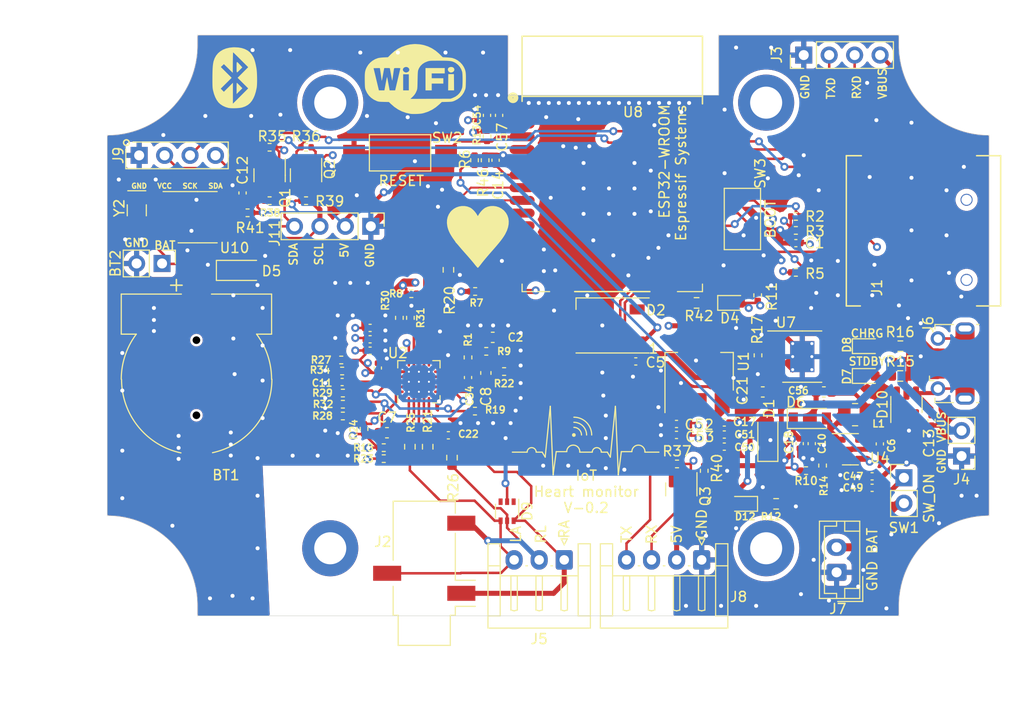
<source format=kicad_pcb>
(kicad_pcb (version 20240108) (generator "pcbnew") (generator_version "8.0")
  (layers (0 "F.Cu" signal) (1 "In1.Cu" signal) (2 "In2.Cu" signal) (31 "B.Cu" signal) (34 "B.Paste" user) (35 "F.Paste" user) (36 "B.SilkS" user "B.Silkscreen") (37 "F.SilkS" user "F.Silkscreen") (38 "B.Mask" user) (39 "F.Mask" user) (44 "Edge.Cuts" user))
  (net 0 "")
  (net 1 "OUT")
  (net 2 "Net-(C2-Pad2)")
  (net 3 "Net-(BT1-+)")
  (net 4 "/RFIN")
  (net 5 "Net-(U2-HPDRIVE)")
  (net 6 "/REFOUT")
  (net 7 "/SW")
  (net 8 "Net-(U2-HPSENSE)")
  (net 9 "Net-(U2-RLDFB)")
  (net 10 "Net-(U2-RLD)")
  (net 11 "Net-(U2-OPAMP+)")
  (net 13 "Net-(D3-K)")
  (net 14 "Net-(D4-K)")
  (net 15 "RA")
  (net 16 "LA")
  (net 17 "RL")
  (net 18 "Net-(D6-A)")
  (net 19 "Net-(D7-A)")
  (net 20 "+BATT")
  (net 21 "Net-(D8-A)")
  (net 22 "/RFID-ESP32/TX2")
  (net 23 "/RFID-ESP32/RX25")
  (net 24 "/RFID-ESP32/SCL")
  (net 25 "/RFID-ESP32/SCL5")
  (net 26 "/RFID-ESP32/SDA5")
  (net 27 "/RFID-ESP32/RX2")
  (net 28 "Net-(D12-K)")
  (net 29 "SDN")
  (net 30 "/IAOUT")
  (net 33 "Net-(R28-Pad2)")
  (net 34 "GND")
  (net 35 "VDD")
  (net 36 "VBUS")
  (net 38 "/RFID-ESP32/GPIO0")
  (net 39 "/RFID-ESP32/RESET")
  (net 40 "/RFID-ESP32/RXD")
  (net 41 "/RFID-ESP32/TXD")
  (net 42 "MISO")
  (net 43 "SCLK")
  (net 44 "MOSI")
  (net 45 "CS1")
  (net 47 "LO-")
  (net 48 "LO+")
  (net 49 "/RFID-ESP32/GPIO2")
  (net 51 "/RFID-ESP32/VBAT")
  (net 52 "Net-(J7-Pin_2)")
  (net 53 "Net-(U2-OPAMP-)")
  (net 54 "Net-(U4-FB)")
  (net 55 "Net-(U7-PROG)")
  (net 56 "Net-(U2-IN-)")
  (net 57 "Net-(U2-IN+)")
  (net 58 "/RFID-ESP32/SDA")
  (net 59 "+5V")
  (net 60 "Net-(U2-AC{slash}~{DC})")
  (net 61 "Net-(U10-SQW{slash}OUT)")
  (net 65 "/RFID-ESP32/STDBY")
  (net 66 "/RFID-ESP32/CHRG")
  (net 68 "/RFID-ESP32/GPIO5")
  (net 74 "+3.3VA")
  (net 75 "/RFID-ESP32/GPIO13")
  (net 76 "Net-(U10-X1)")
  (net 77 "Net-(U10-X2)")
  (net 81 "/RFID-ESP32/SHIELD")
  (footprint "Capacitor_SMD:C_0402_1005Metric" (layer "F.Cu") (at 83 149.25 90)
    (property "Reference" "C3" (hide yes))
    (property "Value" "100nF")
  )
  (footprint "Capacitor_SMD:C_0402_1005Metric" (layer "F.Cu") (at 82.23 146.382)
    (property "Reference" "C35" (hide yes))
    (property "Value" "10uF")
  )
  (footprint "Resistor_SMD:R_0402_1005Metric" (layer "F.Cu") (at 92.000598 148.192 90)
    (property "Reference" "R1")
    (property "Value" "1M")
  )
  (footprint "Capacitor_SMD:C_0402_1005Metric" (layer "F.Cu") (at 132.325 160.067)
    (property "Reference" "C47")
    (property "Value" "1uF")
  )
  (footprint "Capacitor_SMD:C_0402_1005Metric" (layer "F.Cu") (at 92.000598 150.2 90)
    (property "Reference" "C34")
    (property "Value" "10nF")
  )
  (footprint "Button_Switch_SMD:SW_SPST_FSMSM" (layer "F.Cu") (at 85.217 127.762 180)
    (property "Reference" "SW2")
    (property "Value" "RST")
  )
  (footprint "Button_Switch_SMD:SW_SPST_FSMSM" (layer "F.Cu") (at 119.38 134.366 90)
    (property "Reference" "SW3")
    (property "Value" "PRG")
  )
  (footprint "Resistor_SMD:R_0402_1005Metric" (layer "F.Cu") (at 120.904 141.988 90)
    (property "Reference" "R11")
    (property "Value" "10K")
  )
  (footprint "Resistor_SMD:R_0603_1608Metric" (layer "F.Cu") (at 122.745 162.814 180)
    (property "Reference" "R12")
    (property "Value" "1K")
  )
  (footprint "Resistor_SMD:R_0402_1005Metric" (layer "F.Cu") (at 93.9 126.11 -90)
    (property "Reference" "R13")
    (property "Value" "10K")
  )
  (footprint "Capacitor_SMD:C_0402_1005Metric" (layer "F.Cu") (at 117.574 157.099)
    (property "Reference" "C50")
    (property "Value" "10uF")
  )
  (footprint "Capacitor_SMD:C_0402_1005Metric" (layer "F.Cu") (at 117.574 155.8925)
    (property "Reference" "C51")
    (property "Value" "100nF")
  )
  (footprint "Capacitor_SMD:C_0402_1005Metric" (layer "F.Cu") (at 112.804 154.838 180)
    (property "Reference" "C52")
    (property "Value" "100nF")
  )
  (footprint "Capacitor_SMD:C_0402_1005Metric" (layer "F.Cu") (at 112.8014 155.9302 180)
    (property "Reference" "C53")
    (property "Value" "10uF")
  )
  (footprint "Capacitor_SMD:C_0402_1005Metric" (layer "F.Cu") (at 93.8935 124.02 90)
    (property "Reference" "C54")
    (property "Value" "100nF")
  )
  (footprint "LED_SMD:LED_0603_1608Metric" (layer "F.Cu") (at 119.4043 162.814 180)
    (property "Reference" "D12")
    (property "Value" "BLED")
  )
  (footprint "Connectors_USB:USB_Micro-B_Molex-105017-0001" (layer "F.Cu") (at 141.246 148.805333 90)
    (property "Reference" "J6")
    (property "Value" "USB_B_Micro")
  )
  (footprint "Capacitor_SMD:C_0402_1005Metric" (layer "F.Cu") (at 133.096 156.829 -90)
    (property "Reference" "C6")
    (property "Value" "10uF")
  )
  (footprint "Capacitor_SMD:C_0402_1005Metric" (layer "F.Cu") (at 117.574 154.686)
    (property "Reference" "C17")
    (property "Value" "100nF")
  )
  (footprint "Capacitor_SMD:C_0402_1005Metric" (layer "F.Cu") (at 125.095 156.801 -90)
    (property "Reference" "C18")
    (property "Value" "10uF")
  )
  (footprint "Capacitor_SMD:C_0603_1608Metric" (layer "F.Cu") (at 121.412 151.638 180)
    (property "Reference" "C21")
    (property "Value" "10uF")
  )
  (footprint "Capacitor_SMD:C_0402_1005Metric" (layer "F.Cu") (at 132.325 161.21)
    (property "Reference" "C49")
    (property "Value" "1uF")
  )
  (footprint "Capacitor_SMD:C_0603_1608Metric" (layer "F.Cu") (at 127.508 151.638 180)
    (property "Reference" "C56")
    (property "Value" "10uF")
  )
  (footprint "Capacitor_SMD:C_0402_1005Metric" (layer "F.Cu") (at 95.1 124.02 90)
    (property "Reference" "C57")
    (property "Value" "10uF")
  )
  (footprint "Diode_SMD:D_SOD-123" (layer "F.Cu") (at 121.92 156.322 90)
    (property "Reference" "D1")
    (property "Value" "B5819W")
  )
  (footprint "Diode_SMD:D_SOD-123" (layer "F.Cu") (at 126.112 154.289)
    (property "Reference" "D6")
    (property "Value" "B5819W")
  )
  (footprint "LED_SMD:LED_0603_1608Metric" (layer "F.Cu") (at 131.842 150.043333)
    (property "Reference" "D7")
    (property "Value" "GLED")
  )
  (footprint "LED_SMD:LED_0603_1608Metric" (layer "F.Cu") (at 131.842 147.066)
    (property "Reference" "D8")
    (property "Value" "RLED")
  )
  (footprint "Connector_JST:JST_EH_B2B-EH-A_1x02_P2.50mm_Vertical" (layer "F.Cu") (at 128.778 169.652 90)
    (property "Reference" "J7")
    (property "Value" "BAT")
  )
  (footprint "Inductor_SMD:L_1008_2520Metric" (layer "F.Cu") (at 130.624 153.908 180)
    (property "Reference" "L1")
    (property "Value" "4.7uH")
  )
  (footprint "Resistor_SMD:R_0402_1005Metric" (layer "F.Cu") (at 93.818598 147.585)
    (property "Reference" "R9")
    (property "Value" "100K")
  )
  (footprint "Resistor_SMD:R_0402_1005Metric" (layer "F.Cu") (at 125.73 159.496 180)
    (property "Reference" "R10")
    (property "Value" "150K")
  )
  (footprint "Resistor_SMD:R_0402_1005Metric" (layer "F.Cu") (at 127.381 158.988 -90)
    (property "Reference" "R14")
    (property "Value" "47K")
  )
  (footprint "Resistor_SMD:R_0603_1608Metric" (layer "F.Cu") (at 135.144 150.043333 180)
    (property "Reference" "R15")
    (property "Value" "1K")
  )
  (footprint "Resistor_SMD:R_0603_1608Metric" (layer "F.Cu") (at 135.144 147.066 180)
    (property "Reference" "R16")
    (property "Value" "1K")
  )
  (footprint "Resistor_SMD:R_0402_1005Metric" (layer "F.Cu") (at 120.9377 147.983033 -90)
    (property "Reference" "R17")
    (property "Value" "1.2K")
  )
  (footprint "Package_TO_SOT_SMD:SOT-223-3_TabPin2" (layer "F.Cu") (at 115.062 149.606 90)
    (property "Reference" "U1")
    (property "Value" "AMS1117-3.3")
  )
  (footprint "Package_TO_SOT_SMD:SOT-23-5" (layer "F.Cu") (at 130.157 157.3624)
    (property "Reference" "U4")
    (property "Value" "MT3540")
  )
  (footprint "Package_SO:HSOP-8-1EP_3.9x4.9mm_P1.27mm_EP2.41x3.1mm_ThermalVias" (layer "F.Cu") (at 125.3527 148.111533)
    (property "Reference" "U7")
    (property "Value" "TP4056")
  )
  (footprint "Connector_PinHeader_2.54mm:PinHeader_1x02_P2.54mm_Vertical" (layer "F.Cu") (at 141.25 158.04 180)
    (property "Reference" "J4")
    (property "Value" "VIN")
  )
  (footprint "Capacitor_SMD:C_0402_1005Metric" (layer "F.Cu") (at 82.23 147.52)
    (property "Reference" "C4" (hide yes))
    (property "Value" "1uF")
  )
  (footprint "nodemcu:ESP32-WROOM-Modif" (layer "F.Cu") (at 106.393989 128.868 180)
    (property "Reference" "U8")
    (property "Value" "ESP32-WROOM")
  )
  (footprint "Resistor_SMD:R_0402_1005Metric" (layer "F.Cu") (at 86.342598 141.83 180)
    (property "Reference" "R8")
    (property "Value" "10K")
  )
  (footprint "Resistor_SMD:R_0402_1005Metric" (layer "F.Cu") (at 92.69 153.554 180)
    (property "Reference" "R19")
    (property "Value" "1M")
  )
  (footprint "Capacitor_SMD:C_0402_1005Metric" (layer "F.Cu") (at 82.23 145.244)
    (property "Reference" "C9" (hide yes))
    (property "Value" "100nF")
  )
  (footprint "MountingHole:MountingHole_3.2mm_M3_DIN965_Pad" (layer "F.Cu") (at 78.25 122.75 180)
    (property "Reference" "H4" (hide yes))
    (property "Value" "MountingHole")
  )
  (footprint "Resistor_SMD:R_0402_1005Metric" (layer "F.Cu") (at 79.437402 149.548 180)
    (property "Reference" "R34")
    (property "Value" "10M")
  )
  (footprint "Capacitor_SMD:C_0402_1005Metric" (layer "F.Cu") (at 79.437402 150.648 180)
    (property "Reference" "C11")
    (property "Value" "100nF")
  )
  (footprint "LED_SMD:LED_WS2812B_PLCC4_5.0x5.0mm_P3.2mm" (layer "F.Cu") (at 106.426 145 180)
    (property "Reference" "D2")
    (property "Value" "WS2812B")
  )
  (footprint "Resistor_SMD:R_0402_1005Metric" (layer "F.Cu") (at 86.25 144.24 90)
    (property "Reference" "R31")
    (property "Value" "0R")
  )
  (footprint "Resistor_SMD:R_0402_1005Metric" (layer "F.Cu") (at 95.6 149.6 180)
    (property "Reference" "R22")
    (property "Value" "1M")
  )
  (footprint "Resistor_SMD:R_0402_1005Metric" (layer "F.Cu") (at 112.854 158.8285 180)
    (property "Reference" "R37")
    (property "Value" "10K")
  )
  (footprint "Connector_PinHeader_2.54mm:PinHeader_1x04_P2.54mm_Vertical" (layer "F.Cu") (at 125.5 118 90)
    (property "Reference" "J3")
    (property "Value" "I2C")
  )
  (footprint "MountingHole:MountingHole_3.2mm_M3_DIN965_Pad" (layer "F.Cu") (at 121.75 167.25 180)
    (property "Reference" "H3" (hide yes))
    (property "Value" "MountingHole")
  )
  (footprint "Connector_JST:JST_EH_S3B-EH_1x03_P2.50mm_Horizontal" (layer "F.Cu") (at 101.6 168.4095 180)
    (property "Reference" "J5")
    (property "Value" "IN")
  )
  (footprint "nodemcu:hearth6mm" (layer "F.Cu") (at 92.964 136.144)
    (property "Reference" "G***")
    (property "Value" "LOGO" (hide yes))
  )
  (footprint "Package_TO_SOT_SMD:SOT-23" (layer "F.Cu") (at 113.284 161.3685 -90)
    (property "Reference" "Q3")
    (property "Value" "2N7002")
  )
  (footprint "nodemcu:cr1220-2" (layer "F.Cu") (at 64.897 150.368 180)
    (property "Reference" "BT1")
    (property "Value" "Battery_Cell")
  )
  (footprint "Capacitor_SMD:C_0402_1005Metric" (layer "F.Cu") (at 138.25 154.48 90)
    (property "Reference" "C13")
    (property "Value" "100nF")
  )
  (footprint "Resistor_SMD:R_0603_1608Metric" (layer "F.Cu") (at 114.808 142.748)
    (property "Reference" "R42")
    (property "Value" "1K")
  )
  (footprint "Resistor_SMD:R_0402_1005Metric" (layer "F.Cu") (at 70 133.75 180)
    (property "Reference" "R41")
    (property "Value" "10K")
  )
  (footprint "Resistor_SMD:R_0402_1005Metric" (layer "F.Cu") (at 79.51 151.75 180)
    (property "Reference" "R29")
    (property "Value" "1.4M")
  )
  (footprint "Capacitor_SMD:C_0603_1608Metric" (layer "F.Cu") (at 83.912598 155.713 180)
    (property "Reference" "C7")
    (property "Value" "330nF")
  )
  (footprint "Resistor_SMD:R_0603_1608Metric" (layer "F.Cu") (at 90.043 139.446 90)
    (property "Reference" "R20")
    (property "Value" "1K")
  )
  (footprint "Capacitor_SMD:C_0603_1608Metric" (layer "F.Cu") (at 93.778598 149.744 -90)
    (property "Reference" "C8")
    (property "Value" "330nF")
  )
  (footprint "Resistor_SMD:R_0402_1005Metric" (layer "F.Cu") (at 85.15 144.24 90)
    (property "Reference" "R30")
    (property "Value" "DNP")
  )
  (footprint "Resistor_SMD:R_0402_1005Metric" (layer "F.Cu") (at 124.714 139.7)
    (property "Reference" "R5")
    (property "Value" "47K")
  )
  (footprint "Resistor_SMD:R_0603_1608Metric" (layer "F.Cu") (at 86.198598 157.11 -90)
    (property "Reference" "R25")
    (property "Value" "180K")
  )
  (footprint "Resistor_SMD:R_0603_1608Metric" (layer "F.Cu") (at 90.4 158.2 -90)
    (property "Reference" "R26")
    (property "Value" "360K")
  )
  (footprint "Package_TO_SOT_SMD:SOT-23" (layer "F.Cu") (at 75.836 130 -90)
    (property "Reference" "Q2")
    (property "Value" "2N7002")
  )
  (footprint "Diode_SMD:D_SOD-123" (layer "F.Cu") (at 69.25 139.5)
    (property "Reference" "D5")
    (property "Value" "B5819W")
  )
  (footprint "nodemcu:microSD" (layer "F.Cu") (at 130.75 142.05 90)
    (property "Reference" "J1")
    (property "Value" "Micro_SD_Card")
  )
  (footprint "Connector_PinHeader_2.54mm:PinHeader_1x02_P2.54mm_Vertical" (layer "F.Cu") (at 135.5 160.21)
    (property "Reference" "SW1")
    (property "Value" "SW_ON")
  )
  (footprint "Resistor_SMD:R_0402_1005Metric" (layer "F.Cu") (at 92.65 128.5 90)
    (property "Reference" "R6")
    (property "Value" "47K")
  )
  (footprint "Capacitor_SMD:C_0402_1005Metric" (layer "F.Cu") (at 108.74 148.59 180)
    (property "Reference" "C5")
    (property "Value" "100nF")
  )
  (footprint "Capacitor_SMD:C_0402_1005Metric" (layer "F.Cu") (at 69.5 131.77 90)
    (property "Reference" "C12")
    (property "Value" "100nF")
  )
  (footprint "Capacitor_SMD:C_0603_1608Metric" (layer "F.Cu") (at 94.466598 146.188)
    (property "Reference" "C2")
    (property "Value" "1.5nF")
  )
  (footprint "LED_SMD:LED_0603_1608Metric" (layer "F.Cu") (at 118.4015 142.748)
    (property "Reference" "D4")
    (property "Value" "BLED")
  )
  (footprint "Resistor_SMD:R_0402_1005Metric" (layer "F.Cu") (at 75.836 132.54)
    (property "Reference" "R39")
    (property "Value" "10K")
  )
  (footprint "Resistor_SMD:R_0603_1608Metric" (layer "F.Cu") (at 87.976598 157.11 -90)
    (property "Reference" "R21")
    (property "Value" "180K")
  )
  (footprint "Package_TO_SOT_SMD:SOT-363_SC-70-6" (layer "F.Cu") (at 95.9 163.55 -90)
    (property "Reference" "D9")
    (property "Value" "SMF05CT1G")
  )
  (footprint "Resistor_SMD:R_0402_1005Metric" (layer "F.Cu") (at 72.2 132.54)
    (property "Reference" "R38")
    (property "Value" "10K")
  )
  (footprint "Capacitor_SMD:C_0402_1005Metric" (layer "F.Cu") (at 90.036598 155.967)
    (property "Reference" "C22")
    (property "Value" "1nF")
  )
  (footprint "MountingHole:MountingHole_3.2mm_M3_DIN965_Pad" (layer "F.Cu") (at 121.75 122.75 180)
    (property "Reference" "H1" (hide yes))
    (property "Value" "MountingHole")
  )
  (footprint "nodemcu:bt" (layer "F.Cu") (at 68.707 120.269)
    (property "Reference" "G***" (hide yes))
    (property "Value" "LOGO" (hide yes))
  )
  (footprint "Capacitor_SMD:C_0402_1005Metric" (layer "F.Cu") (at 94.75 128.5 -90)
    (property "Reference" "C14")
    (property "Value" "1uF")
  )
  (footprint "Resistor_SMD:R_0402_1005Metric" (layer "F.Cu") (at 124.714 135.509)
    (property "Reference" "R3")
    (property "Value" "47K")
  )
  (footprint "Crystal:Crystal_SMD_G8-2Pin_3.2x1.5mm" (layer "F.Cu") (at 58.946 133.5 -90)
    (property "Reference" "Y2")
    (property "Value" "32.768Khz")
  )
  (footprint "Fiducial:Fiducial_0.5mm_Mask1mm" (layer "F.Cu") (at 140.25 163.5)
    (property "Reference" "FID1" (hide yes))
    (property "Value" "Fiducial")
  )
  (footprint "Resistor_SMD:R_0402_1005Metric" (layer "F.Cu") (at 83.59 158.3)
    (property "Reference" "R23")
    (property "Value" "10M")
  )
  (footprint "Package_CSP:LFCSP-20-1EP_4x4mm_P0.5mm_EP2.5x2.5mm_ThermalVias" (layer "F.Cu") (at 87.097598 150.623 90)
    (property "Reference" "U2")
    (property "Value" "AD8232")
  )
  (footprint "Resistor_SMD:R_0402_1005Metric" (layer "F.Cu") (at 93.705 128.5 -90)
    (property "Reference" "R46")
    (property "Value" "100K")
  )
  (footprint "Package_TO_SOT_SMD:SOT-23-6" (layer "F.Cu") (at 135.75 152.8875 90)
    (property "Reference" "D10")
    (property "Value" "SRV05-4-P-T7")
  )
  (footprint "Resistor_SMD:R_0402_1005Metric" (layer "F.Cu") (at 75.836 127.206 180)
    (property "Reference" "R36")
    (property "Value" "10K")
  )
  (footprint "Resistor_SMD:R_0402_1005Metric" (layer "F.Cu") (at 79.347402 148.448)
    (property "Reference" "R27")
    (property "Value" "10M")
  )
  (footprint "Resistor_SMD:R_0402_1005Metric" (layer "F.Cu") (at 92.71 141.605)
    (property "Reference" "R7")
    (property "Value" "0R")
  )
  (footprint "LED_SMD:LED_0603_1608Metric" (layer "F.Cu") (at 92.964 135.763 90)
    (property "Reference" "D3")
    (property "Value" "RLED")
  )
  (footprint "Capacitor_SMD:C_0402_1005Metric" (layer "F.Cu") (at 124.714 136.779 180)
    (property "Reference" "C1")
    (property "Value" "100nF")
  )
  (footprint "MountingHole:MountingHole_3.2mm_M3_DIN965_Pad" (layer "F.Cu") (at 78.25 167.25)
    (property "Reference" "H2" (hide yes))
    (property "Value" "MountingHole")
  )
  (footprint "Package_SO:SOIC-8_3.9x4.9mm_P1.27mm" (layer "F.Cu") (at 65.0185 134.19)
    (property "Reference" "U10")
    (property "Value" "DS1307Z+")
  )
  (footprint "Connector_PinHeader_2.54mm:PinHeader_1x02_P2.54mm_Vertical" (layer "F.Cu") (at 61.468 138.811 -90)
    (property "Reference" "BT2")
    (property "Value" "Battery_Cell")
  )
  (footprint "Resistor_SMD:R_0402_1005Metric" (layer "F.Cu") (at 79.51 152.866 180)
    (property "Reference" "R32")
    (property "Value" "1.4M")
  )
  (footprint "nodemcu:PJ-320B" (layer "F.Cu") (at 87.63 169.748 180)
    (property "Reference" "J2")
    (property "Value" "IN")
  )
  (footprint "Connector_JST:JST_EH_S4B-EH_1x04_P2.50mm_Horizontal" (layer "F.Cu") (at 115.316 168.4095 180)
    (property "Reference" "J8")
    (property "Value" "NEXTION")
  )
  (footprint "Resistor_SMD:R_0402_1005Metric" (layer "F.Cu") (at 79.508 154.04 180)
    (property "Reference" "R28")
    (property "Value" "10M")
  )
  (footprint "Package_TO_SOT_SMD:SOT-23" (layer "F.Cu") (at 72.2 130 -90)
    (property "Reference" "Q1")
    (property "Value" "2N7002")
  )
  (footprint "Capacitor_SMD:C_0402_1005Metric" (layer "F.Cu") (at 126.3015 156.801 -90)
    (property "Reference" "C10")
    (property "Value" "1uF")
  )
  (footprint "Resistor_SMD:R_0402_1005Metric" (layer "F.Cu") (at 115.57 159.514 -90)
    (property "Reference" "R40")
    (property "Value" "10K")
  )
  (footprint "Resistor_SMD:R_0402_1005Metric" (layer "F.Cu") (at 81.626598 155.332 -90)
    (property "Reference" "R24")
    (property "Value" "DNP")
  )
  (footprint "Resistor_SMD:R_0402_1005Metric" (layer "F.Cu") (at 124.714 134.112)
    (property "Reference" "R2")
    (property "Value" "47K")
  )
  (footprint "nodemcu:wifi_10mm" (layer "F.Cu") (at 86.741 120.396)
    (property "Reference" "G***" (hide yes))
    (property "Value" "LOGO" (hide yes))
  )
  (footprint "nodemcu:OLED_I2C_091" (layer "F.Cu") (at 66.802 128.016 -90)
    (property "Reference" "J9")
    (property "Value" "I2C")
  )
  (footprint "Connector_PinHeader_2.54mm:PinHeader_1x04_P2.54mm_Vertical" (layer "F.Cu") (at 82.3 135.1 -90)
    (property "Reference" "J11")
    (property "Value" "I2C")
  )
  (footprint "Resistor_SMD:R_0402_1005Metric" (layer "F.Cu") (at 83.59 157.2)
    (property "Reference" "R18")
    (property "Value" "10M")
  )
  (footprint "Resistor_SMD:R_0402_1005Metric" (layer "F.Cu") (at 72.2 127.206 180)
    (property "Reference" "R35")
    (property "Value" "10K")
  )
  (gr_line (start 96.422 157.65) (end 97.9 157.65) (stroke (width 0.12)) (layer "F.SilkS"))
  (gr_circle (center 102.561185 155.938815) (end 102.688185 155.938815) (stroke (width 0.12)) (fill solid) (layer "F.SilkS"))
  (gr_line (start 107.3 157.6) (end 108.35 157.6) (stroke (width 0.12)) (layer "F.SilkS"))
  (gr_arc (start 108.35 157.6) (mid 109.025981 156.94952) (end 109.65 157.65) (stroke (width 0.12)) (layer "F.SilkS"))
  (gr_line (start 105.9 157.65) (end 106.2 158.15) (stroke (width 0.12)) (layer "F.SilkS"))
  (gr_line (start 106.708 153.07) (end 106.994 159.91) (stroke (width 0.12)) (layer "F.SilkS"))
  (gr_line (start 100.494 159.91) (end 100.8 157.6) (stroke (width 0.12)) (layer "F.SilkS"))
  (gr_line (start 106.994 159.91) (end 107.3 157.6) (stroke (width 0.12)) (layer "F.SilkS"))
  (gr_line (start 106.2 158.15) (end 106.708 153.07) (stroke (width 0.12)) (layer "F.SilkS"))
  (gr_arc (start 101.85 157.6) (mid 102.525981 156.94952) (end 103.15 157.65) (stroke (width 0.12)) (layer "F.SilkS"))
  (gr_line (start 99.7 158.15) (end 100.208 153.07) (stroke (width 0.12)) (layer "F.SilkS"))
  (gr_arc (start 102.561185 155.176815) (mid 103.1 155.4) (end 103.323185 155.938815) (stroke (width 0.12)) (layer "F.SilkS"))
  (gr_line (start 100.8 157.6) (end 101.85 157.6) (stroke (width 0.12)) (layer "F.SilkS"))
  (gr_line (start 99.4 157.65) (end 99.7 158.15) (stroke (width 0.12)) (layer "F.SilkS"))
  (gr_arc (start 102.561185 154.160815) (mid 103.818421 154.681579) (end 104.339185 155.938815) (stroke (width 0.12)) (layer "F.SilkS"))
  (gr_line (start 100.208 153.07) (end 100.494 159.91) (stroke (width 0.12)) (layer "F.SilkS"))
  (gr_line (start 103.15 157.65) (end 104.4 157.65) (stroke (width 0.12)) (layer "F.SilkS"))
  (gr_line (start 98.8 157.65) (end 99.4 157.65) (stroke (width 0.12)) (layer "F.SilkS"))
  (gr_line (start 109.65 157.65) (end 111.05 157.65) (stroke (width 0.12)) (layer "F.SilkS"))
  (gr_line (start 105.3 157.65) (end 105.9 157.65) (stroke (width 0.12)) (layer "F.SilkS"))
  (gr_arc (start 104.4 157.65) (mid 104.85 157.2) (end 105.3 157.65) (stroke (width 0.12)) (layer "F.SilkS"))
  (gr_arc (start 97.9 157.65) (mid 98.35 157.2) (end 98.8 157.65) (stroke (width 0.12)) (layer "F.SilkS"))
  (gr_arc (start 102.561185 154.668815) (mid 103.459211 155.040789) (end 103.831185 155.938815) (stroke (width 0.12)) (layer "F.SilkS"))
  (gr_line (start 56 164) (end 56 126) (stroke (width 0.05)) (layer "Edge.Cuts"))
  (gr_arc (start 65 117) (mid 62.363961 123.363961) (end 56 126) (stroke (width 0.05)) (layer "Edge.Cuts"))
  (gr_line (start 135 174) (end 135 173) (stroke (width 0.05)) (layer "Edge.Cuts"))
  (gr_arc (start 135 173) (mid 137.636039 166.636039) (end 144 164) (stroke (width 0.05)) (layer "Edge.Cuts"))
  (gr_arc (start 56 164) (mid 62.363961 166.636039) (end 65 173) (stroke (width 0.05)) (layer "Edge.Cuts"))
  (gr_line (start 144 126) (end 144 164) (stroke (width 0.05)) (layer "Edge.Cuts"))
  (gr_line (start 135 174) (end 65 174) (stroke (width 0.05)) (layer "Edge.Cuts"))
  (gr_line (start 135 117) (end 135 116) (stroke (width 0.05)) (layer "Edge.Cuts"))
  (gr_line (start 117 116) (end 117 122) (stroke (width 0.05)) (layer "Edge.Cuts"))
  (gr_line (start 117 116) (end 135 116) (stroke (width 0.05)) (layer "Edge.Cuts"))
  (gr_line (start 117 122) (end 96 122) (stroke (width 0.05)) (layer "Edge.Cuts"))
  (gr_line (start 96 116) (end 65 116) (stroke (width 0.05)) (layer "Edge.Cuts"))
  (gr_line (start 65 117) (end 65 116) (stroke (width 0.05)) (layer "Edge.Cuts"))
  (gr_line (start 96 122) (end 96 116) (stroke (width 0.05)) (layer "Edge.Cuts"))
  (gr_line (start 65 173) (end 65 174) (stroke (width 0.05)) (layer "Edge.Cuts"))
  (gr_arc (start 144 126) (mid 137.636039 123.363961) (end 135 117) (stroke (width 0.05)) (layer "Edge.Cuts"))
  (gr_text "CHRG" (at 131.822 145.796 0) (layer "F.SilkS") (effects (font (size 0.8 0.8))))
  (gr_text "BAT" (at 132.334 165.1 90) (layer "F.SilkS") (effects (font (size 1 1)) (justify right)))
  (gr_text "VBUS" (at 139.25 153.5 90) (layer "F.SilkS") (effects (font (size 0.8 0.8)) (justify right)))
  (gr_text "GND" (at 139.25 157.25 90) (layer "F.SilkS") (effects (font (size 0.8 0.8)) (justify right)))
  (gr_text "GND\n\nTXD\n\nRXD\n\nVBUS" (at 129.5 122.5 90) (layer "F.SilkS") (effects (font (size 0.8 0.8)) (justify left)))
  (gr_text "GND" (at 115.316 164.846 90) (layer "F.SilkS") (effects (font (size 1 1))))
  (gr_text "GND" (at 82.2 137.995238 90) (layer "F.SilkS") (effects (font (size 0.8 0.8))))
  (gr_text "5V" (at 79.66 137.5 90) (layer "F.SilkS") (effects (font (size 0.8 0.8))))
  (gr_text "SCL" (at 77.12 137.880952 90) (layer "F.SilkS") (effects (font (size 0.8 0.8))))
  (gr_text "RX" (at 110.316 165.862 90) (layer "F.SilkS") (effects (font (size 1 1))))
  (gr_text "5V" (at 112.816 165.862 90) (layer "F.SilkS") (effects (font (size 1 1))))
  (gr_text "GND" (at 58.928 136.75 0) (layer "F.SilkS") (effects (font (size 0.8 0.8))))
  (gr_text "TX" (at 107.816 165.862 90) (layer "F.SilkS") (effects (font (size 1 1))))
  (gr_text "RA" (at 101.6 165.354 90) (layer "F.SilkS") (effects (font (size 1 1))))
  (gr_text "STDBY" (at 131.822 148.59 0) (layer "F.SilkS") (effects (font (size 0.8 0.8))))
  (gr_text "GND" (at 132.334 168.402 90) (layer "F.SilkS") (effects (font (size 1 1)) (justify right)))
  (gr_text "RESET" (at 85.344 130.556 0) (layer "F.SilkS") (effects (font (size 1 1))))
  (gr_text "IoT\nHeart monitor\nV-0.2" (at 103.8 161.6 0) (layer "F.SilkS") (effects (font (size 1 1))))
  (gr_text "BAT" (at 61.75 137 0) (layer "F.SilkS") (effects (font (size 0.8 0.8))))
  (gr_text "BOOT" (at 122.174 134.366 90) (layer "F.SilkS") (effects (font (size 1 1))))
  (gr_text "LA" (at 96.774 165.862 90) (layer "F.SilkS") (effects (font (size 1 1))))
  (gr_text "RL" (at 99.274 165.862 90) (layer "F.SilkS") (effects (font (size 1 1))))
  (gr_text "SDA" (at 74.58 137.9 90) (layer "F.SilkS") (effects (font (size 0.8 0.8))))
  (segment (start 91.675 147.682) (end 92.000598 147.682) (width 0.5) (layer "F.Cu") (net 1))
  (segment (start 92.282 133.778) (end 88.622599 137.437401) (width 0.5) (layer "F.Cu") (net 1))
  (segment (start 89.875598 149.623) (end 91.816598 147.682) (width 0.25) (layer "F.Cu") (net 1))
  (segment (start 90.932 145.923) (end 90.932 146.939) (width 0.5) (layer "F.Cu") (net 1))
  (segment (start 92.000598 147.682) (end 92.000598 147.244) (width 0.25) (layer "F.Cu") (net 1))
  (segment (start 97.393989 133.778) (end 93.171 133.778) (width 0.5) (layer "F.Cu") (net 1))
  (segment (start 88.622599 143.613599) (end 90.932 145.923) (width 0.5) (layer "F.Cu") (net 1))
  (segment (start 90.932 146.939) (end 91.675 147.682) (width 0.5) (layer "F.Cu") (net 1))
  (segment (start 88.622599 137.437401) (end 88.622599 143.613599) (width 0.5) (layer "F.Cu") (net 1))
  (segment (start 92.964 133.985) (end 93.171 133.778) (width 0.25) (layer "F.Cu") (net 1))
  (segment (start 92.964 134.9755) (end 92.964 133.985) (width 0.25) (layer "F.Cu") (net 1))
  (segment (start 89.385098 149.623) (end 89.875598 149.623) (width 0.25) (layer "F.Cu") (net 1))
  (segment (start 93.056598 146.188) (end 93.691598 146.188) (width 0.25) (layer "F.Cu") (net 1))
  (segment (start 93.171 133.778) (end 92.282 133.778) (width 0.5) (layer "F.Cu") (net 1))
  (segment (start 92.000598 147.244) (end 93.056598 146.188) (width 0.25) (layer "F.Cu") (net 1))
  (segment (start 94.246 153.554) (end 96.11 151.69) (width 0.25) (layer "F.Cu") (net 2))
  (segment (start 96.11 151.69) (end 96.11 149.6) (width 0.25) (layer "F.Cu") (net 2))
  (segment (start 96.11 149.6) (end 96.11 147.056402) (width 0.25) (layer "F.Cu") (net 2))
  (segment (start 96.11 147.056402) (end 95.241598 146.188) (width 0.25) (layer "F.Cu") (net 2))
  (segment (start 93.2 153.554) (end 94.246 153.554) (width 0.25) (layer "F.Cu") (net 2))
  (segment (start 60.6 136.9) (end 61.84801 138.14801) (width 0.25) (layer "F.Cu") (net 3))
  (segment (start 63.39199 138.84801) (end 61.84801 138.84801) (width 0.25) (layer "F.Cu") (net 3))
  (segment (start 62.4185 134.95) (end 61.1 134.95) (width 0.25) (layer "F.Cu") (net 3))
  (segment (start 67.437 139.663) (end 64.20698 139.663) (width 0.25) (layer "F.Cu") (net 3))
  (segment (start 61.84801 138.14801) (end 61.84801 138.84801) (width 0.25) (layer "F.Cu") (net 3))
  (segment (start 60.6 135.45) (end 60.6 136.9) (width 0.25) (layer "F.Cu") (net 3))
  (segment (start 67.45 139.815) (end 64.897 142.368) (width 0.25) (layer "F.Cu") (net 3))
  (segment (start 64.20698 139.663) (end 63.39199 138.84801) (width 0.25) (layer "F.Cu") (net 3))
  (segment (start 65.8876 142.3172) (end 65.8876 141.34362) (width 0.25) (layer "F.Cu") (net 3))
  (segment (start 61.1 134.95) (end 60.6 135.45) (width 0.25) (layer "F.Cu") (net 3))
  (segment (start 67.6 139.5) (end 67.437 139.663) (width 0.25) (layer "F.Cu") (net 3))
  (segment (start 81.022402 150.623) (end 80.692402 150.293) (width 0.25) (layer "F.Cu") (net 4))
  (segment (start 80.692402 150.293) (end 79.947402 149.548) (width 0.25) (layer "F.Cu") (net 4))
  (segment (start 80.337402 150.648) (end 80.692402 150.293) (width 0.25) (layer "F.Cu") (net 4))
  (segment (start 78.837402 148.448) (end 78.847402 148.448) (width 0.25) (layer "F.Cu") (net 4))
  (segment (start 79.917402 150.648) (end 80.337402 150.648) (width 0.25) (layer "F.Cu") (net 4))
  (segment (start 84.810098 150.623) (end 81.022402 150.623) (width 0.25) (layer "F.Cu") (net 4))
  (segment (start 78.847402 148.448) (end 79.947402 149.548) (width 0.25) (layer "F.Cu") (net 4))
  (segment (start 86.097598 154.163) (end 86.097598 152.9105) (width 0.25) (layer "F.Cu") (net 5))
  (segment (start 84.687598 155.573) (end 86.097598 154.163) (width 0.25) (layer "F.Cu") (net 5))
  (segment (start 91.618316 149.72) (end 90.715316 150.623) (width 0.25) (layer "F.Cu") (net 6))
  (segment (start 92.000598 149.72) (end 91.618316 149.72) (width 0.25) (layer "F.Cu") (net 6))
  (segment (start 94.328598 148.419) (end 93.778598 148.969) (width 0.25) (layer "F.Cu") (net 6))
  (segment (start 92.000598 149.72) (end 92.456598 149.264) (width 0.25) (layer "F.Cu") (net 6))
  (segment (start 92.456598 149.264) (end 93.778598 149.264) (width 0.25) (layer "F.Cu") (net 6))
  (segment (start 90.715316 150.623) (end 89.385098 150.623) (width 0.25) (layer "F.Cu") (net 6))
  (segment (start 94.328598 147.585) (end 94.328598 148.419) (width 0.25) (layer "F.Cu") (net 6))
  (segment (start 94.032598 149.01) (end 93.778598 149.264) (width 0.25) (layer "F.Cu") (net 6))
  (segment (start 81.626598 154.822) (end 82.358098 154.822) (width 0.25) (layer "F.Cu") (net 7))
  (segment (start 82.358098 154.822) (end 82.680098 154.5) (width 0.25) (layer "F.Cu") (net 7))
  (segment (start 83.50181 152.618) (end 80.268 152.618) (width 0.25) (layer "F.Cu") (net 7))
  (segment (start 83.662905 152.779095) (end 83.50181 152.618) (width 0.25) (layer "F.Cu") (net 7))
  (segment (start 89.385098 151.623) (end 90.617598 151.623) (width 0.25) (layer "F.Cu") (net 7))
  (segment (start 90.617598 151.623) (end 92.674598 151.623) (width 0.25) (layer "F.Cu") (net 7))
  (segment (start 91.532598 152.538) (end 90.617598 151.623) (width 0.25) (layer "F.Cu") (net 7))
  (segment (start 92.674598 151.623) (end 93.778598 150.519) (width 0.25) (layer "F.Cu") (net 7))
  (segment (start 80.268 152.618) (end 80.02 152.866) (width 0.25) (layer "F.Cu") (net 7))
  (via (at 82.680098 154.5) (size 0.8) (drill 0.4) (layers "F.Cu" "B.Cu") (net 7))
  (via (at 83.662905 152.779095) (size 0.8) (drill 0.4) (layers "F.Cu" "B.Cu") (net 7))
  (via (at 91.532598 152.538) (size 0.8) (drill 0.4) (layers "F.Cu" "B.Cu") (net 7))
  (segment (start 82.680098 154.5) (end 83.580098 153.6) (width 0.25) (layer "B.Cu") (net 7))
  (segment (start 90.262598 154.062) (end 91.532598 152.792) (width 0.25) (layer "B.Cu") (net 7))
  (segment (start 91.532598 152.792) (end 91.532598 152.538) (width 0.25) (layer "B.Cu") (net 7))
  (segment (start 83.662905 152.779095) (end 84.94581 154.062) (width 0.25) (layer "B.Cu") (net 7))
  (segment (start 83.662905 152.779095) (end 83.662905 152.787693) (width 0.25) (layer "B.Cu") (net 7))
  (segment (start 84.94581 154.062) (end 90.262598 154.062) (width 0.25) (layer "B.Cu") (net 7))
  (segment (start 83.580098 152.861902) (end 83.662905 152.779095) (width 0.25) (layer "B.Cu") (net 7))
  (segment (start 83.580098 153.6) (end 83.580098 152.861902) (width 0.25) (layer "B.Cu") (net 7))
  (segment (start 84.810098 152.6565) (end 83.691109 153.775489) (width 0.25) (layer "F.Cu") (net 8))
  (segment (start 84.810098 151.623) (end 84.810098 152.6565) (width 0.25) (layer "F.Cu") (net 8))
  (segment (start 83.691109 153.775489) (end 80.282511 153.775489) (width 0.25) (layer "F.Cu") (net 8))
  (segment (start 80.282511 153.775489) (end 80.018 154.04) (width 0.25) (layer "F.Cu") (net 8))
  (segment (start 83.404598 155.304) (end 83.404598 153.808) (width 0.25) (layer "F.Cu") (net 8))
  (segment (start 87.597598 154.318) (end 89.246598 155.967) (width 0.25) (layer "F.Cu") (net 9))
  (segment (start 89.246598 155.967) (end 89.556598 155.967) (width 0.25) (layer "F.Cu") (net 9))
  (segment (start 87.597598 152.9105) (end 87.597598 154.318) (width 0.25) (layer "F.Cu") (net 9))
  (segment (start 88.097598 152.9105) (end 88.097598 153.675) (width 0.25) (layer "F.Cu") (net 10))
  (segment (start 89.470799 155.048201) (end 89.851799 155.048201) (width 0.25) (layer "F.Cu") (net 10))
  (segment (start 90.516598 155.967) (end 90.516598 155.713) (width 0.25) (layer "F.Cu") (net 10))
  (segment (start 90.516598 157.11) (end 90.516598 155.967) (width 0.25) (layer "F.Cu") (net 10))
  (segment (start 88.675098 154.2525) (end 89.470799 155.048201) (width 0.25) (layer "F.Cu") (net 10))
  (segment (start 88.097598 153.675) (end 88.675098 154.2525) (width 0.25) (layer "F.Cu") (net 10))
  (segment (start 90.516598 155.713) (end 89.851799 155.048201) (width 0.25) (layer "F.Cu") (net 10))
  (segment (start 89.385098 151.123) (end 91.557598 151.123) (width 0.25) (layer "F.Cu") (net 11))
  (segment (start 94.94648 149.74352) (end 92.95648 149.74352) (width 0.25) (layer "F.Cu") (net 11))
  (segment (start 92.95648 149.74352) (end 92.02 150.68) (width 0.25) (layer "F.Cu") (net 11))
  (segment (start 91.557598 151.123) (end 92.000598 150.68) (width 0.25) (layer "F.Cu") (net 11))
  (segment (start 95.09 149.6) (end 94.94648 149.74352) (width 0.25) (layer "F.Cu") (net 11))
  (segment (start 90.043 138.621) (end 90.043 137.795) (width 0.25) (layer "F.Cu") (net 13))
  (segment (start 90.043 137.795) (end 91.2875 136.5505) (width 0.25) (layer "F.Cu") (net 13))
  (segment (start 91.2875 136.5505) (end 92.964 136.5505) (width 0.25) (layer "F.Cu") (net 13))
  (segment (start 115.633 142.748) (end 117.614 142.748) (width 0.25) (layer "F.Cu") (net 14))
  (segment (start 97.6905 164.5) (end 96.55 164.5) (width 0.25) (layer "F.Cu") (net 15))
  (segment (start 91.33 171.748) (end 100.54 171.748) (width 0.5) (layer "F.Cu") (net 15))
  (segment (start 98.3047 161.0547) (end 96.875 159.625) (width 0.25) (layer "F.Cu") (net 15))
  (segment (start 87.241598 157.2) (end 87.976598 157.935) (width 0.25) (layer "F.Cu") (net 15))
  (segment (start 93.30048 158.30048) (end 88.342078 158.30048) (width 0.25) (layer "F.Cu") (net 15))
  (segment (start 98.84525 165.65475) (end 100.25 167.0595) (width 0.25) (layer "F.Cu") (net 15))
  (segment (start 100.25 167.0595) (end 101.6 168.4095) (width 0.25) (layer "F.Cu") (net 15))
  (segment (start 88.342078 158.30048) (end 87.976598 157.935) (width 0.25) (layer "F.Cu") (net 15))
  (segment (start 98.3047 161.0547) (end 98.3047 162.7453) (width 0.25) (layer "F.Cu") (net 15))
  (segment (start 94.625 159.625) (end 93.30048 158.30048) (width 0.25) (layer "F.Cu") (net 15))
  (segment (start 98.3047 162.7453) (end 96.55 164.5) (width 0.25) (layer "F.Cu") (net 15))
  (segment (start 101.6 170.688) (end 101.6 168.4095) (width 0.5) (layer "F.Cu") (net 15))
  (segment (start 84.1 157.2) (end 87.241598 157.2) (width 0.25) (layer "F.Cu") (net 15))
  (segment (start 96.875 159.625) (end 94.625 159.625) (width 0.25) (layer "F.Cu") (net 15))
  (segment (start 100.54 171.748) (end 101.6 170.688) (width 0.5) (layer "F.Cu") (net 15))
  (segment (start 98.84525 165.65475) (end 97.6905 164.5) (width 0.25) (layer "F.Cu") (net 15))
  (segment (start 83.93 169.748) (end 91.27004 169.748) (width 0.25) (layer "F.Cu") (net 16))
  (segment (start 95.25 164.5) (end 95.25 167.0595) (width 0.25) (layer "F.Cu") (net 16))
  (segment (start 86.198598 157.935) (end 86.198598 159.477598) (width 0.25) (layer "F.Cu") (net 16))
  (segment (start 88.6105 161.8895) (end 89.1 162.379) (width 0.25) (layer "F.Cu") (net 16))
  (segment (start 85.833598 158.3) (end 86.198598 157.935) (width 0.25) (layer "F.Cu") (net 16))
  (segment (start 95.30048 169.70902) (end 96.6 168.4095) (width 0.25) (layer "F.Cu") (net 16))
  (segment (start 94.657538 164.5) (end 92.657538 162.5) (width 0.25) (layer "F.Cu") (net 16))
  (segment (start 92.657538 162.5) (end 89.221 162.5) (width 0.25) (layer "F.Cu") (net 16))
  (segment (start 91.30902 169.70902) (end 94.5 169.70902) (width 0.25) (layer "F.Cu") (net 16))
  (segment (start 94.5 169.70902) (end 95.30048 169.70902) (width 0.25) (layer "F.Cu") (net 16))
  (segment (start 91.27004 169.748) (end 91.30902 169.70902) (width 0.25) (layer "F.Cu") (net 16))
  (segment (start 95.25 164.5) (end 94.657538 164.5) (width 0.25) (layer "F.Cu") (net 16))
  (segment (start 89.221 162.5) (end 88.6105 161.8895) (width 0.25) (layer "F.Cu") (net 16))
  (segment (start 84.1 158.3) (end 85.833598 158.3) (width 0.25) (layer "F.Cu") (net 16))
  (segment (start 95.25 167.0595) (end 96.6 168.4095) (width 0.25) (layer "F.Cu") (net 16))
  (segment (start 86.198598 159.477598) (end 88.6105 161.8895) (width 0.25) (layer "F.Cu") (net 16))
  (segment (start 95.9 163.9) (end 95.9 164.5) (width 0.25) (layer "F.Cu") (net 17))
  (segment (start 90.4 159.025) (end 94.625 163.25) (width 0.25) (layer "F.Cu") (net 17))
  (segment (start 91.33 164.748) (end 92.248 164.748) (width 0.5) (layer "F.Cu") (net 17))
  (segment (start 95.9 165.2095) (end 95.9 164.5) (width 0.25) (layer "F.Cu") (net 17))
  (segment (start 95.25 163.25) (end 95.9 163.9) (width 0.25) (layer "F.Cu") (net 17))
  (segment (start 92.248 164.748) (end 94 166.5) (width 0.5) (layer "F.Cu") (net 17))
  (segment (start 94.625 163.25) (end 95.25 163.25) (width 0.25) (layer "F.Cu") (net 17))
  (segment (start 99.1 168.4095) (end 95.9 165.2095) (width 0.25) (layer "F.Cu") (net 17))
  (via (at 94 166.5) (size 0.8) (drill 0.4) (layers "F.Cu" "B.Cu") (net 17))
  (segment (start 94 166.5) (end 97.1905 166.5) (width 0.5) (layer "B.Cu") (net 17))
  (segment (start 97.1905 166.5) (end 99.1 168.4095) (width 0.5) (layer "B.Cu") (net 17))
  (segment (start 128.09105 155.48395) (end 128.09105 154.61805) (width 0.5) (layer "F.Cu") (net 18))
  (segment (start 129.032 154.543) (end 129.032 153.908) (width 0.5) (layer "F.Cu") (net 18))
  (segment (start 128.09105 155.48395) (end 129.032 154.543) (width 0.5) (layer "F.Cu") (net 18))
  (segment (start 128.09105 155.48395) (end 129.0195 156.4124) (width 0.5) (layer "F.Cu") (net 18))
  (segment (start 128.09105 154.61805) (end 127.762 154.289) (width 0.5) (layer "F.Cu") (net 18))
  (segment (start 134.319 150.043333) (end 132.6295 150.043333) (width 0.25) (layer "F.Cu") (net 19))
  (segment (start 133.280386 156.349) (end 134.5 157.568614) (width 0.5) (layer "F.Cu") (net 20))
  (segment (start 133.3754 161.607) (end 134.103 161.607) (width 0.5) (layer "F.Cu") (net 20))
  (segment (start 133.3754 161.607) (end 133.3754 160.2486) (width 0.5) (layer "F.Cu") (net 20))
  (segment (start 131.2945 158.3124) (end 131.7854 158.3124) (width 0.25) (layer "F.Cu") (net 20))
  (segment (start 131.2945 156.4124) (end 133.0326 156.4124) (width 0.5) (layer "F.Cu") (net 20))
  (segment (start 92.65 128.039462) (end 91.25 129.439462) (width 0.25) (layer "F.Cu") (net 20))
  (segment (start 133.3552 160.067) (end 133.3754 160.0872) (width 0.5) (layer "F.Cu") (net 20))
  (segment (start 131.2945 154.3125) (end 131.699 153.908) (width 0.5) (layer "F.Cu") (net 20))
  (segment (start 131.7854 158.3124) (end 132.08 158.607) (width 0.25) (layer "F.Cu") (net 20))
  (segment (start 128.283 151.638) (end 128.283 150.296833) (width 0.4) (layer "F.Cu") (net 20))
  (segment (start 133.3754 160.0872) (end 134.5 158.9626) (width 0.5) (layer "F.Cu") (net 20))
  (segment (start 133.3368 161.21) (end 133.3754 161.2486) (width 0.5) (layer "F.Cu") (net 20))
  (segment (start 133.3754 161.2486) (end 133.3754 160.0872) (width 0.5) (layer "F.Cu") (net 20))
  (segment (start 135.388 160.322) (end 135.5 160.21) (width 0.5) (layer "F.Cu") (net 20))
  (segment (start 131.2945 156.4124) (end 131.2945 154.3125) (width 0.5) (layer "F.Cu") (net 20))
  (segment (start 91.25 129.439462) (end 91.25 130.75) (width 0.25) (layer "F.Cu") (net 20))
  (segment (start 135.119 160.21) (end 135.5 160.21) (width 0.5) (layer "F.Cu") (net 20))
  (segment (start 134.103 161.607) (end 135.5 160.21) (width 0.5) (layer "F.Cu") (net 20))
  (segment (start 128.283 150.296833) (end 128.0027 150.016533) (width 0.4) (layer "F.Cu") (net 20))
  (segment (start 132.805 160.067) (end 133.3552 160.067) (width 0.5) (layer "F.Cu") (net 20))
  (segment (start 134.5 157.568614) (end 134.5 158.9626) (width 0.5) (layer "F.Cu") (net 20))
  (segment (start 133.096 156.349) (end 133.280386 156.349) (width 0.5) (layer "F.Cu") (net 20))
  (segment (start 128.4608 151.8158) (end 128.283 151.638) (width 0.4) (layer "F.Cu") (net 20))
  (segment (start 130.6068 151.8158) (end 131.699 152.908) (width 0.4) (layer "F.Cu") (net 20))
  (segment (start 92.65 127.99) (end 92.65 128.039462) (width 0.25) (layer "F.Cu") (net 20))
  (segment (start 132.805 161.21) (end 133.3368 161.21) (width 0.5) (layer "F.Cu") (net 20))
  (segment (start 133.0326 156.4124) (end 133.096 156.349) (width 0.5) (layer "F.Cu") (net 20))
  (segment (start 132.846 161.607) (end 133.3754 161.607) (width 0.5) (layer "F.Cu") (net 20))
  (segment (start 130.6068 151.8158) (end 128.4608 151.8158) (width 0.4) (layer "F.Cu") (net 20))
  (segment (start 131.2945 158.3124) (end 131.9124 158.3124) (width 0.5) (layer "F.Cu") (net 20))
  (via (at 132.08 158.607) (size 0.8) (drill 0.4) (layers "F.Cu" "B.Cu") (net 20))
  (via (at 91.25 130.75) (size 0.8) (drill 0.4) (layers "F.Cu" "B.Cu") (net 20))
  (segment (start 128.434 154.961) (end 132.08 158.607) (width 0.25) (layer "B.Cu") (net 20))
  (segment (start 132.08 158.607) (end 132.978305 158.607) (width 0.25) (layer "B.Cu") (net 20))
  (segment (start 132.978305 158.607) (end 134.624653 160.253347) (width 0.25) (layer "B.Cu") (net 20))
  (segment (start 134.992 160.21) (end 135.5 160.21) (width 0.25) (layer "B.Cu") (net 20))
  (segment (start 91.25 130.75) (end 92.25 131.75) (width 0.25) (layer "B.Cu") (net 20))
  (segment (start 107.75 143.75) (end 107.765305 143.75) (width 0.25) (layer "B.Cu") (net 20))
  (segment (start 107.765305 143.75) (end 117.976305 153.961) (width 0.25) (layer "B.Cu") (net 20))
  (segment (start 117.976305 153.961) (end 127.4318 153.961) (width 0.25) (layer "B.Cu") (net 20))
  (segment (start 128.434 154.961) (end 128.4318 154.961) (width 0.25) (layer "B.Cu") (net 20))
  (segment (start 92.25 131.75) (end 95.75 131.75) (width 0.25) (layer "B.Cu") (net 20))
  (segment (start 128.4318 154.961) (end 127.4318 153.961) (width 0.25) (layer "B.Cu") (net 20))
  (segment (start 95.75 131.75) (end 107.75 143.75) (width 0.25) (layer "B.Cu") (net 20))
  (segment (start 132.6295 147.066) (end 134.319 147.066) (width 0.25) (layer "F.Cu") (net 21))
  (segment (start 107.188 142.553261) (end 107.188 153.797718) (width 0.25) (layer "F.Cu") (net 22))
  (segment (start 115.393989 136.318) (end 113.423261 136.318) (width 0.25) (layer "F.Cu") (net 22))
  (segment (start 107.816 166.758) (end 107.816 168.4095) (width 0.25) (layer "F.Cu") (net 22))
  (segment (start 110.172141 164.401859) (end 107.816 166.758) (width 0.25) (layer "F.Cu") (net 22))
  (segment (start 113.423261 136.318) (end 107.188 142.553261) (width 0.25) (layer "F.Cu") (net 22))
  (segment (start 110.172141 156.781859) (end 110.172141 164.401859) (width 0.25) (layer "F.Cu") (net 22))
  (segment (start 107.188 153.797718) (end 110.172141 156.781859) (width 0.25) (layer "F.Cu") (net 22))
  (segment (start 110.316 168.4095) (end 110.316 166.036) (width 0.25) (layer "F.Cu") (net 23))
  (segment (start 113.538 162.306) (end 113.284 162.306) (width 0.25) (layer "F.Cu") (net 23))
  (segment (start 113.284 162.306) (end 115.062 162.306) (width 0.25) (layer "F.Cu") (net 23))
  (segment (start 110.316 166.036) (end 113.538 162.814) (width 0.25) (layer "F.Cu") (net 23))
  (segment (start 113.538 162.814) (end 113.538 162.306) (width 0.25) (layer "F.Cu") (net 23))
  (segment (start 115.062 162.306) (end 115.57 161.798) (width 0.25) (layer "F.Cu") (net 23))
  (segment (start 115.57 161.798) (end 115.57 160.024) (width 0.25) (layer "F.Cu") (net 23))
  (segment (start 74.886 129.0625) (end 74.886 127.646) (width 0.25) (layer "F.Cu") (net 24))
  (segment (start 66.502511 125.775489) (end 75.767312 125.775489) (width 0.25) (layer "F.Cu") (net 24))
  (segment (start 106.5 125.6) (end 107.984 125.6) (width 0.25) (layer "F.Cu") (net 24))
  (segment (start 64.262 128.016) (end 66.502511 125.775489) (width 0.25) (layer "F.Cu") (net 24))
  (segment (start 76.159803 126.16798) (end 75.326 127.001783) (width 0.25) (layer "F.Cu") (net 24))
  (segment (start 108.542 126.158) (end 115.393989 126.158) (width 0.25) (layer "F.Cu") (net 24))
  (segment (start 78.1 126.5) (end 77.76798 126.16798) (width 0.25) (layer "F.Cu") (net 24))
  (segment (start 107.984 125.6) (end 108.542 126.158) (width 0.25) (layer "F.Cu") (net 24))
  (segment (start 77.76798 126.16798) (end 76.159803 126.16798) (width 0.25) (layer "F.Cu") (net 24))
  (segment (start 75.767312 125.775489) (end 76.159803 126.16798) (width 0.25) (layer "F.Cu") (net 24))
  (segment (start 74.886 127.646) (end 75.326 127.206) (width 0.25) (layer "F.Cu") (net 24))
  (via (at 106.5 125.6) (size 0.8) (drill 0.4) (layers "F.Cu" "B.Cu") (net 24))
  (via (at 78.1 126.5) (size 0.8) (drill 0.4) (layers "F.Cu" "B.Cu") (net 24))
  (segment (start 78.145489 126.454511) (end 78.1 126.5) (width 0.25) (layer "B.Cu") (net 24))
  (segment (start 97.854511 126.454511) (end 78.145489 126.454511) (width 0.25) (layer "B.Cu") (net 24))
  (segment (start 98.709022 125.6) (end 97.854511 126.454511) (width 0.25) (layer "B.Cu") (net 24))
  (segment (start 106.5 125.6) (end 98.709022 125.6) (width 0.25) (layer "B.Cu") (net 24))
  (segment (start 76.045489 136.274511) (end 77.22 135.1) (width 0.25) (layer "F.Cu") (net 25))
  (segment (start 66.19398 135.748448) (end 66.19398 136.441552) (width 0.25) (layer "F.Cu") (net 25))
  (segment (start 76.346 131.4475) (end 76.346 132.54) (width 0.5) (layer "F.Cu") (net 25))
  (segment (start 71.475489 136.274511) (end 76.045489 136.274511) (width 0.25) (layer "F.Cu") (net 25))
  (segment (start 77.22 135.1) (end 77.22 133.414) (width 0.5) (layer "F.Cu") (net 25))
  (segment (start 75.836 130.9375) (end 76.346 131.4475) (width 0.5) (layer "F.Cu") (net 25))
  (segment (start 70.325489 137.424511) (end 71.475489 136.274511) (width 0.25) (layer "F.Cu") (net 25))
  (segment (start 67.4935 134.825) (end 67.117428 134.825) (width 0.25) (layer "F.Cu") (net 25))
  (segment (start 77.22 133.414) (end 76.346 132.54) (width 0.5) (layer "F.Cu") (net 25))
  (segment (start 66.19398 136.441552) (end 67.176939 137.424511) (width 0.25) (layer "F.Cu") (net 25))
  (segment (start 67.117428 134.825) (end 66.19398 135.748448) (width 0.25) (layer "F.Cu") (net 25))
  (segment (start 67.176939 137.424511) (end 70.325489 137.424511) (width 0.25) (layer "F.Cu") (net 25))
  (segment (start 72.71 132.54) (end 73.06 132.54) (width 0.25) (layer "F.Cu") (net 26))
  (segment (start 67.763989 135.824511) (end 69.675489 135.824511) (width 0.25) (layer "F.Cu") (net 26))
  (segment (start 73.7 132.3) (end 73.7 134.12) (width 0.25) (layer "F.Cu") (net 26))
  (segment (start 73.06 132.54) (end 73.5 132.1) (width 0.25) (layer "F.Cu") (net 26))
  (segment (start 69.675489 135.824511) (end 70.4 135.1) (width 0.25) (layer "F.Cu") (net 26))
  (segment (start 73.5 132.1) (end 73.7 132.3) (width 0.25) (layer "F.Cu") (net 26))
  (segment (start 72.3375 130.9375) (end 73.5 132.1) (width 0.25) (layer "F.Cu") (net 26))
  (segment (start 70.4 135.1) (end 74.68 135.1) (width 0.25) (layer "F.Cu") (net 26))
  (segment (start 72.2 130.9375) (end 72.3375 130.9375) (width 0.25) (layer "F.Cu") (net 26))
  (segment (start 73.7 134.12) (end 74.68 135.1) (width 0.25) (layer "F.Cu") (net 26))
  (segment (start 112.334 158.8385) (end 112.344 158.8285) (width 0.25) (layer "F.Cu") (net 27))
  (segment (start 112.344 158.318) (end 112.344 158.8285) (width 0.25) (layer "F.Cu") (net 27))
  (segment (start 115.393989 137.588) (end 112.788978 137.588) (width 0.25) (layer "F.Cu") (net 27))
  (segment (start 107.65548 153.62948) (end 112.344 158.318) (width 0.25) (layer "F.Cu") (net 27))
  (segment (start 107.65548 142.721498) (end 107.65548 153.62948) (width 0.25) (layer "F.Cu") (net 27))
  (segment (start 112.334 160.431) (end 112.334 158.8385) (width 0.25) (layer "F.Cu") (net 27))
  (segment (start 112.788978 137.588) (end 107.65548 142.721498) (width 0.25) (layer "F.Cu") (net 27))
  (segment (start 121.92 162.814) (end 120.1918 162.814) (width 0.25) (layer "F.Cu") (net 28))
  (segment (start 87.097598 142.75275) (end 86.852598 142.50775) (width 0.25) (layer "F.Cu") (net 29))
  (segment (start 87.097598 148.3355) (end 87.097598 142.75275) (width 0.25) (layer "F.Cu") (net 29))
  (segment (start 86.852598 141.83) (end 86.852598 142.50775) (width 0.25) (layer "F.Cu") (net 29))
  (segment (start 90.262598 153.554) (end 90.004299 153.295701) (width 0.25) (layer "F.Cu") (net 30))
  (segment (start 83.5705 151.123) (end 82.8 151.8935) (width 0.25) (layer "F.Cu") (net 30))
  (segment (start 80.02 151.75) (end 80.545902 151.75) (width 0.25) (layer "F.Cu") (net 30))
  (segment (start 84.810098 151.123) (end 83.5705 151.123) (width 0.25) (layer "F.Cu") (net 30))
  (segment (start 92.18 153.554) (end 90.262598 153.554) (width 0.25) (layer "F.Cu") (net 30))
  (segment (start 82.4085 151.502) (end 80.793902 151.502) (width 0.25) (layer "F.Cu") (net 30))
  (segment (start 82.4085 151.502) (end 82.8 151.8935) (width 0.25) (layer "F.Cu") (net 30))
  (segment (start 80.793902 151.502) (end 80.545902 151.75) (width 0.25) (layer "F.Cu") (net 30))
  (via (at 82.8 151.8935) (size 0.8) (drill 0.4) (layers "F.Cu" "B.Cu") (net 30))
  (via (at 90.004299 153.295701) (size 0.8) (drill 0.4) (layers "F.Cu" "B.Cu") (net 30))
  (segment (start 83.801924 151.8935) (end 84.204212 152.295788) (width 0.25) (layer "B.Cu") (net 30))
  (segment (start 85.182598 153.274174) (end 84.204212 152.295788) (width 0.25) (layer "B.Cu") (net 30))
  (segment (start 90 153.3) (end 85.182598 153.3) (width 0.25) (layer "B.Cu") (net 30))
  (segment (start 82.8 151.8935) (end 83.801924 151.8935) (width 0.25) (layer "B.Cu") (net 30))
  (segment (start 85.182598 153.3) (end 85.182598 153.274174) (width 0.25) (layer "B.Cu") (net 30))
  (segment (start 90.004299 153.295701) (end 90 153.3) (width 0.25) (layer "B.Cu") (net 30))
  (segment (start 79 151.75) (end 79 154.038) (width 0.25) (layer "F.Cu") (net 33))
  (segment (start 79 154.038) (end 78.998 154.04) (width 0.25) (layer "F.Cu") (net 33))
  (segment (start 138.896 147.505333) (end 137.752667 147.505333) (width 0.4) (layer "F.Cu") (net 34))
  (segment (start 103.976 143.4) (end 104.9 143.4) (width 0.25) (layer "F.Cu") (net 34))
  (segment (start 85.955 131.445) (end 87.655 131.445) (width 0.8) (layer "F.Cu") (net 34))
  (segment (start 121.394 129.776) (end 121.92 130.302) (width 0.25) (layer "F.Cu") (net 34))
  (segment (start 129.0195 157.3624) (end 133.0426 157.3624) (width 0.5) (layer "F.Cu") (net 34))
  (segment (start 132.25 128.65) (end 132.25 130.005) (width 0.25) (layer "F.Cu") (net 34))
  (segment (start 93.22 140.462) (end 93.472 140.462) (width 0.5) (layer "F.Cu") (net 34))
  (segment (start 141.35 142.239) (end 141.224 142.113) (width 0.25) (layer "F.Cu") (net 34))
  (segment (start 128.969 142.05) (end 128.905 141.986) (width 0.25) (layer "F.Cu") (net 34))
  (segment (start 90.043 140.271) (end 90.869 140.271) (width 0.5) (layer "F.Cu") (net 34))
  (segment (start 90.043 141.478) (end 90.043 140.271) (width 0.5) (layer "F.Cu") (net 34))
  (segment (start 86.097598 149.623) (end 85.223 149.623) (width 0.25) (layer "F.Cu") (net 34))
  (segment (start 86.25 143.13) (end 86.35 143.03) (width 0.25) (layer "F.Cu") (net 34))
  (segment (start 129.404 159.686) (end 129.15 159.94) (width 0.25) (layer "F.Cu") (net 34))
  (segment (start 122.7027 148.746533) (end 124.7177 148.746533) (width 0.5) (layer "F.Cu") (net 34))
  (segment (start 90.043 142.875) (end 89.916 143.002) (width 0.5) (layer "F.Cu") (net 34))
  (segment (start 125.73 151.638) (end 125.222 151.13) (width 0.5) (layer "F.Cu") (net 34))
  (segment (start 95.48 128.02) (end 95.5 128) (width 0.25) (layer "F.Cu") (net 34))
  (segment (start 129.098 138.75) (end 128.905 138.557) (width 0.5) (layer "F.Cu") (net 34))
  (segment (start 100.678989 141.618) (end 100.678989 143.415011) (width 0.5) (layer "F.Cu") (net 34))
  (segment (start 103.976 143.4) (end 103.976 142.076) (width 0.25) (layer "F.Cu") (net 34))
  (segment (start 135.75 154.025) (end 135.75 155.25) (width 0.5) (layer "F.Cu") (net 34))
  (segment (start 90.869 140.271) (end 91.186 139.954) (width 0.5) (layer "F.Cu") (net 34))
  (segment (start 133.0426 157.3624) (end 133.096 157.309) (width 0.5) (layer "F.Cu") (net 34))
  (segment (start 132.15 143.25) (end 132.15 142.17) (width 0.25) (layer "F.Cu") (net 34))
  (segment (start 108.26 149.916) (end 108.458 150.114) (width 0.25) (layer "F.Cu") (net 34))
  (segment (start 126.733 151.638) (end 125.73 151.638) (width 0.5) (layer "F.Cu") (net 34))
  (segment (start 104.9 143.4) (end 105.4 143.9) (width 0.25) (layer "F.Cu") (net 34))
  (segment (start 84.810098 149.623) (end 86.097598 149.623) (width 0.25) (layer "F.Cu") (net 34))
  (segment (start 138.25 155.75) (end 138 156) (width 0.5) (layer "F.Cu") (net 34))
  (segment (start 136.922 146.05) (end 136.922 147.828) (width 0.4) (layer "F.Cu") (net 34))
  (segment (start 90.234 140.462) (end 90.043 140.271) (width 0.5) (layer "F.Cu") (net 34))
  (segment (start 100.678989 139.521011) (end 100.7 139.5) (width 0.5) (layer "F.Cu") (net 34))
  (segment (start 108.26 148.59) (end 108.26 149.916) (width 0.25) (layer "F.Cu") (net 34))
  (segment (start 103.976 142.076) (end 103.9 142) (width 0.25) (layer "F.Cu") (net 34))
  (segment (start 141.35 143.25) (end 141.35 142.239) (width 0.25) (layer "F.Cu") (net 34))
  (segment (start 138.25 154.96) (end 138.25 155.75) (width 0.5) (layer "F.Cu") (net 34))
  (segment (start 129.0195 157.3624) (end 129.9464 157.3624) (width 0.25) (layer "F.Cu") (net 34))
  (segment (start 135.75 155.25) (end 136 155.5) (width 0.5) (layer "F.Cu") (net 34))
  (segment (start 124.234 136.779) (end 124.234 136.547666) (width 0.25) (layer "F.Cu") (net 34))
  (segment (start 132.25 130.005) (end 132.08 130.175) (width 0.25) (layer "F.Cu") (net 34))
  (segment (start 127.9144 157.3624) (end 127.508 156.956) (width 0.5) (layer "F.Cu") (net 34))
  (segment (start 82.3 135.1) (end 85.955 131.445) (width 0.8) (layer "F.Cu") (net 34))
  (segment (start 122.7027 148.746533) (end 121.1912 148.746533) (width 0.5) (layer "F.Cu") (net 34))
  (segment (start 129.9464 157.3624) (end 130.048 157.464) (width 0.25) (layer "F.Cu") (net 34))
  (segment (start 130.75 138.75) (end 129.098 138.75) (width 0.5) (layer "F.Cu") (net 34))
  (segment (start 136.922 146.05) (end 136.922 145.034) (width 0.4) (layer "F.Cu") (net 34))
  (segment (start 121.568533 146.206533) (end 121.285 145.923) (width 0.5) (layer "F.Cu") (net 34))
  (segment (start 136.922 146.05) (end 135.906 145.034) (width 0.4) (layer "F.Cu") (net 34))
  (segment (start 138.896 147.505333) (end 138.377333 147.505333) (width 0.4) (layer "F.Cu") (net 34))
  (segment (start 136.922 147.828) (end 137.176 148.082) (width 0.4) (layer "F.Cu") (net 34))
  (segment (start 141.35 129.031) (end 141.478 129.159) (width 0.25) (layer "F.Cu") (net 34))
  (segment (start 121.1912 148.746533) (end 120.9377 148.493033) (width 0.5) (layer "F.Cu") (net 34))
  (segment (start 86.25 143.73) (end 86.25 143.13) (width 0.25) (layer "F.Cu") (net 34))
  (segment (start 95.9 162.6) (end 95.9 160.924598) (width 0.25) (layer "F.Cu") (net 34))
  (segment (start 138.377333 147.505333) (end 136.922 146.05) (width 0.4) (layer "F.Cu") (net 34))
  (segment (start 119.38 129.776) (end 121.394 129.776) (width 0.25) (layer "F.Cu") (net 34))
  (segment (start 85.223 149.623) (end 83.9 148.3) (width 0.25) (layer "F.Cu") (net 34))
  (segment (start 141.35 127.75) (end 141.35 129.031) (width 0.25) (layer "F.Cu") (net 34))
  (segment (start 136.922 145.034) (end 137.176 144.78) (width 0.4) (layer "F.Cu") (net 34))
  (segment (start 132.15 142.17) (end 132.334 141.986) (width 0.25) (layer "F.Cu") (net 34))
  (segment (start 124.7177 148.746533) (end 125.3527 148.111533) (width 0.5) (layer "F.Cu") (net 34))
  (segment (start 94.75 128.02) (end 95.48 128.02) (width 0.25) (layer "F.Cu") (net 34))
  (segment (start 100.678989 141.618) (end 100.678989 139.521011) (width 0.5) (layer "F.Cu") (net 34))
  (segment (start 100.678989 143.415011) (end 100.584 143.51) (width 0.5) (layer "F.Cu") (net 34))
  (segment (start 135.906 145.034) (end 135.906 144.272) (width 0.4) (layer "F.Cu") (net 34))
  (segment (start 90.043 141.478) (end 90.043 142.875) (width 0.5) (layer "F.Cu") (net 34))
  (segment (start 95.9 160.924598) (end 95.737701 160.762299) (width 0.25) (layer "F.Cu") (net 34))
  (segment (start 137.752667 147.505333) (end 137.176 148.082) (width 0.4) (layer "F.Cu") (net 34))
  (segment (start 87.655 131.445) (end 88 131.1) (width 0.8) (layer "F.Cu") (net 34))
  (segment (start 105.4 143.9) (end 105.4 145) (width 0.25) (layer "F.Cu") (net 34))
  (segment (start 122.7027 146.206533) (end 121.568533 146.206533) (width 0.5) (layer "F.Cu") (net 34))
  (segment (start 93.472 140.462) (end 95.377 138.557) (width 0.5) (layer "F.Cu") (net 34))
  (segment (start 130.048 157.464) (end 130.048 159.496) (width 0.25) (layer "F.Cu") (net 34))
  (segment (start 130.75 142.05) (end 128.969 142.05) (width 0.25) (layer "F.Cu") (net 34))
  (segment (start 129.0195 157.3624) (end 127.9144 157.3624) (width 0.5) (layer "F.Cu") (net 34))
  (segment (start 124.234 136.547666) (end 123.1525 135.466166) (width 0.25) (layer "F.Cu") (net 34))
  (via (at 101.5 127.1) (size 0.8) (drill 0.4) (layers "F.Cu" "B.Cu") (net 34))
  (via (at 96.25 154.75) (size 0.8) (drill 0.4) (layers "F.Cu" "B.Cu") (net 34))
  (via (at 95.737701 160.762299) (size 0.8) (drill 0.4) (layers "F.Cu" "B.Cu") (net 34))
  (via (at 99.8 124.2) (size 0.8) (drill 0.4) (layers "F.Cu" "B.Cu") (net 34))
  (via (at 123.25 138.5) (size 0.8) (drill 0.4) (layers "F.Cu" "B.Cu") (net 34))
  (via (at 83.9 148.3) (size 0.8) (drill 0.4) (layers "F.Cu" "B.Cu") (net 34))
  (via (at 79 155.75) (size 0.8) (drill 0.4) (layers "F.Cu" "B.Cu") (net 34))
  (via (at 120.75 173) (size 0.8) (drill 0.4) (layers "F.Cu" "B.Cu") (net 34))
  (via (at 124.714 163.068) (size 0.8) (drill 0.4) (layers "F.Cu" "B.Cu") (net 34))
  (via (at 89.916 143.002) (size 0.8) (drill 0.4) (layers "F.Cu" "B.Cu") (net 34))
  (via (at 111 137.25) (size 0.8) (drill 0.4) (layers "F.Cu" "B.Cu") (net 34))
  (via (at 73.279 123.952) (size 0.8) (drill 0.4) (layers "F.Cu" "B.Cu") (net 34))
  (via (at 77.75 150.75) (size 0.8) (drill 0.4) (layers "F.Cu" "B.Cu") (net 34))
  (via (at 113.284 123.698) (size 0.8) (drill 0.4) (layers "F.Cu" "B.Cu") (net 34))
  (via (at 119.126 155.956) (size 0.8) (drill 0.4) (layers "F.Cu" "B.Cu") (net 34))
  (via (at 128.905 138.557) (size 0.8) (drill 0.4) (layers "F.Cu" "B.Cu") (net 34))
  (via (at 63.119 156.026) (size 0.8) (drill 0.4) (layers "F.Cu" "B.Cu") (net 34))
  (via (at 57.5 157.5) (size 0.8) (drill 0.4) (layers "F.Cu" "B.Cu") (net 34))
  (via (at 136.25 130.25) (size 0.8) (drill 0.4) (layers "F.Cu" "B.Cu") (net 34))
  (via (at 99.5 159) (size 0.8) (drill 0.4) (layers "F.Cu" "B.Cu") (net 34))
  (via (at 97.25 149) (size 0.8) (drill 0.4) (layers "F.Cu" "B.Cu") (net 34))
  (via (at 85 117.75) (size 0.8) (drill 0.4) (layers "F.Cu" "B.Cu") (net 34))
  (via (at 117.602 123.444) (size 0.8) (drill 0.4) (layers "F.Cu" "B.Cu") (net 34))
  (via (at 95 122) (size 0.8) (drill 0.4) (layers "F.Cu" "B.Cu") (net 34))
  (via (at 97.25 147.5) (size 0.8) (drill 0.4) (layers "F.Cu" "B.Cu") (net 34))
  (via (at 70.358 124.079) (size 0.8) (drill 0.4) (layers "F.Cu" "B.Cu") (net 34))
  (via (at 132.334 141.986) (size 0.8) (drill 0.4) (layers "F.Cu" "B.Cu") (net 34))
  (via (at 120.92 149.86) (size 0.8) (drill 0.4) (layers "F.Cu" "B.Cu") (net 34))
  (via (at 77.75 155.5) (size 0.8) (drill 0.4) (layers "F.Cu" "B.Cu") (net 34))
  (via (at 57.5 147.75) (size 0.8) (drill 0.4) (layers "F.Cu" "B.Cu") (net 34))
  (via (at 71.5 143.25) (size 0.8) (drill 0.4) (layers "F.Cu" "B.Cu") (net 34))
  (via (at 105.75 156.25) (size 0.8) (drill 0.4) (layers "F.Cu" "B.Cu") (net 34))
  (via (at 63.119 157.226) (size 0.8) (drill 0.4) (layers "F.Cu" "B.Cu") (net 34))
  (via (at 111.252 154.94) (size 0.8) (drill 0.4) (layers "F.Cu" "B.Cu") (net 34))
  (via (at 119.5 136) (size 0.8) (drill 0.4) (layers "F.Cu" "B.Cu") (net 34))
  (via (at 96.75 153.5) (size 0.8) (drill 0.4) (layers "F.Cu" "B.Cu") (net 34))
  (via (at 68.326 156.888) (size 0.8) (drill 0.4) (layers "F.Cu" "B.Cu") (net 34))
  (via (at 89.1 152.5755) (size 0.8) (drill 0.4) (layers "F.Cu" "B.Cu") (net 34))
  (via (at 142.75 162) (size 0.8) (drill 0.4) (layers "F.Cu" "B.Cu") (net 34))
  (via (at 98.062 122.7836) (size 0.8) (drill 0.4) (layers "F.Cu" "B.Cu") (net 34))
  (via (at 106.0704 131.318) (size 0.8) (drill 0.4) (layers "F.Cu" "B.Cu") (net 34))
  (via (at 99.568 139.573) (size 0.8) (drill 0.4) (layers "F.Cu" "B.Cu") (net 34))
  (via (at 93.25 145) (size 0.8) (drill 0.4) (layers "F.Cu" "B.Cu") (net 34))
  (via (at 103.5304 133.858) (size 0.8) (drill 0.4) (layers "F.Cu" "B.Cu") (net 34))
  (via (at 64.9 132.45) (size 0.8) (drill 0.4) (layers "F.Cu" "B.Cu") (net 34))
  (via (at 77 158) (size 0.8) (drill 0.4) (layers "F.Cu" "B.Cu") (net 34))
  (via (at 80.9 132) (size 0.8) (drill 0.4) (layers "F.Cu" "B.Cu") (net 34))
  (via (at 122.698 144.526) (size 0.8) (drill 0.4) (layers "F.Cu" "B.Cu") (net 34))
  (via (at 132.588 167.386) (size 0.8) (drill 0.4) (layers "F.Cu" "B.Cu") (net 34))
  (via (at 107.6 159.4) (size 0.8) (drill 0.4) (layers "F.Cu" "B.Cu") (net 34))
  (via (at 66.04 138.938) (size 0.8) (drill 0.4) (layers "F.Cu" "B.Cu") (net 34))
  (via (at 120.75 134.25) (size 0.8) (drill 0.4) (layers "F.Cu" "B.Cu") (net 34))
  (via (at 110.236 129.54) (size 0.8) (drill 0.4) (layers "F.Cu" "B.Cu") (net 34))
  (via (at 126.365 158.353) (size 0.8) (drill 0.4) (layers "F.Cu" "B.Cu") (net 34))
  (via (at 100.584 143.51) (size 0.8) (drill 0.4) (layers "F.Cu" "B.Cu") (net 34))
  (via (at 132.08 130.175) (size 0.8) (drill 0.4) (layers "F.Cu" "B.Cu") (net 34))
  (via (at 112 136) (size 0.8) (drill 0.4) (layers "F.Cu" "B.Cu") (net 34))
  (via (at 136.25 124.75) (size 0.8) (drill 0.4) (layers "F.Cu" "B.Cu") (net 34))
  (via (at 108.6104 128.778) (size 0.8) (drill 0.4) (layers "F.Cu" "B.Cu") (net 34))
  (via (at 91.25 154.75) (size 0.8) (drill 0.4) (layers "F.Cu" "B.Cu") (net 34))
  (via (at 83.75 144) (size 0.8) (drill 0.4) (layers "F.Cu" "B.Cu") (net 34))
  (via (at 104.062 122.7836) (size 0.8) (drill 0.4) (layers "F.Cu" "B.Cu") (net 34))
  (via (at 86.7 128.6) (size 0.8) (drill 0.4) (layers "F.Cu" "B.Cu") (net 34))
  (via (at 135.754 158.686) (size 0.8) (drill 0.4) (layers "F.Cu" "B.Cu") (net 34))
  (via (at 105.75 159.25) (size 0.8) (drill 0.4) (layers "F.Cu" "B.Cu") (net 34))
  (via (at 111.25 149.5) (size 0.8) (drill 0.4) (layers "F.Cu" "B.Cu") (net 34))
  (via (at 141.224 142.113) (size 0.8) (drill 0.4) (layers "F.Cu" "B.Cu") (net 34))
  (via (at 83.75 147.5) (size 0.8) (drill 0.4) (layers "F.Cu" "B.Cu") (net 34))
  (via (at 108.6104 133.858) (size 0.8) (drill 0.4) (layers "F.Cu" "B.Cu") (net 34))
  (via (at 113.75 173) (size 0.8) (drill 0.4) (layers "F.Cu" "B.Cu") (net 34))
  (via (at 60.833 130.429) (size 0.8) (drill 0.4) (layers "F.Cu" "B.Cu") (net 34))
  (via (at 81.915 124.079) (size 0.8) (drill 0.4) (layers "F.Cu" "B.Cu") (net 34))
  (via (at 125.5 128) (size 0.8) (drill 0.4) (layers "F.Cu" "B.Cu") (net 34))
  (via (at 110.236 133.604) (size 0.8) (drill 0.4) (layers "F.Cu" "B.Cu") (net 34))
  (via (at 71 167.25) (size 0.8) (drill 0.4) (layers "F.Cu" "B.Cu") (net 34))
  (via (at 115.75 166) (size 0.8) (drill 0.4) (layers "F.Cu" "B.Cu") (net 34))
  (via (at 92.7 123.4) (size 0.8) (drill 0.4) (layers "F.Cu" "B.Cu") (net 34))
  (via (at 119.126 154.686) (size 0.8) (drill 0.4) (layers "F.Cu" "B.Cu") (net 34))
  (via (at 61.595 125.984) (size 0.8) (drill 0.4) (layers "F.Cu" "B.Cu") (net 34))
  (via (at 71.5 147) (size 0.8) (drill 0.4) (layers "F.Cu" "B.Cu") (net 34))
  (via (at 57.5 162.25) (size 0.8) (drill 0.4) (layers "F.Cu" "B.Cu") (net 34))
  (via (at 89.75 117.75) (size 0.8) (drill 0.4) (layers "F.Cu" "B.Cu") (net 34))
  (via (at 89.2 145.6) (size 0.8) (drill 0.4) (layers "F.Cu" "B.Cu") (net 34))
  (via (at 119.507 152.4) (size 0.8) (drill 0.4) (layers "F.Cu" "B.Cu") (net 34))
  (via (at 141.478 129.159) (size 0.8) (drill 0.4) (layers "F.Cu" "B.Cu") (net 34))
  (via (at 60.6552 145.556) (size 0.8) (drill 0.4) (layers "F.Cu" "B.Cu") (net 34))
  (via (at 125 130) (size 0.8) (drill 0.4) (layers "F.Cu" "B.Cu") (net 34))
  (via (at 103.5304 131.318) (size 0.8) (drill 0.4) (layers "F.Cu" "B.Cu") (net 34))
  (via (at 60.6552 144.456) (size 0.8) (drill 0.4) (layers "F.Cu" "B.Cu") (net 34))
  (via (at 141.25 162) (size 0.8) (drill 0.4) (layers "F.Cu" "B.Cu") (net 34))
  (via (at 126.25 138.5) (size 0.8) (drill 0.4) (layers "F.Cu" "B.Cu") (net 34))
  (via (at 130.42 161.083) (size 0.8) (drill 0.4) (layers "F.Cu" "B.Cu") (net 34))
  (via (at 135 143) (size 0.8) (drill 0.4) (layers "F.Cu" "B.Cu") (net 34))
  (via (at 71.5 150.5) (size 0.8) (drill 0.4) (layers "F.Cu" "B.Cu") (net 34))
  (via (at 65.786 124.079) (size 0.8) (drill 0.4) (layers "F.Cu" "B.Cu") (net 34))
  (via (at 117.856 159.512) (size 0.8) (drill 0.4) (layers "F.Cu" "B.Cu") (net 34))
  (via (at 88.8 124.8) (size 0.8) (drill 0.4) (layers "F.Cu" "B.Cu") (net 34))
  (via (at 99.568 137.414) (size 0.8) (drill 0.4) (layers "F.Cu" "B.Cu") (net 34))
  (via (at 118.75 145.25) (size 0.8) (drill 0.4) (layers "F.Cu" "B.Cu") (net 34))
  (via (at 57.785 136.405) (size 0.8) (drill 0.4) (layers "F.Cu" "B.Cu") (net 34))
  (via (at 97.25 145.75) (size 0.8) (drill 0.4) (layers "F.Cu" "B.Cu") (net 34))
  (via (at 95.5 128) (size 0.8) (drill 0.4) (layers "F.Cu" "B.Cu") (net 34))
  (via (at 134.239 165.862) (size 0.8) (drill 0.4) (layers "F.Cu" "B.Cu") (net 34))
  (via (at 79 144) (size 0.8) (drill 0.4) (layers "F.Cu" "B.Cu") (net 34))
  (via (at 57.15 130.429) (size 0.8) (drill 0.4) (layers "F.Cu" "B.Cu") (net 34))
  (via (at 83.75 146.5) (size 0.8) (drill 0.4) (layers "F.Cu" "B.Cu") (net 34))
  (via (at 123.571 158.48) (size 0.8) (drill 0.4) (layers "F.Cu" "B.Cu") (net 34))
  (via (at 103.9 142) (size 0.8) (drill 0.4) (layers "F.Cu" "B.Cu") (net 34))
  (via (at 63.119 158.326) (size 0.8) (drill 0.4) (layers "F.Cu" "B.Cu") (net 34))
  (via (at 127 131.5) (size 0.8) (drill 0.4) (layers "F.Cu" "B.Cu") (net 34))
  (via (at 95.377 138.557) (size 0.8) (drill 0.4) (layers "F.Cu" "B.Cu") (net 34))
  (via (at 139.75 136) (size 0.8) (drill 0.4) (layers "F.Cu" "B.Cu") (net 34))
  (via (at 80.25 140.75) (size 0.8) (drill 0.4) (layers "F.Cu" "B.Cu") (net 34))
  (via (at 110.6 125) (size 0.8) (drill 0.4) (layers "F.Cu" "B.Cu") (net 34))
  (via (at 114.75 148.5) (size 0.8) (drill 0.4) (layers "F.Cu" "B.Cu") (net 34))
  (via (at 88 131.1) (size 0.8) (drill 0.4) (layers "F.Cu" "B.Cu") (net 34))
  (via (at 127.508 156.956) (size 0.8) (drill 0.4) (layers "F.Cu" "B.Cu") (net 34))
  (via (at 80 158) (size 0.8) (drill 0.4) (layers "F.Cu" "B.Cu") (net 34))
  (via (at 70.5 172.25) (size 0.8) (drill 0.4) (layers "F.Cu" "B.Cu") (net 34))
  (via (at 70.5 117.5) (size 0.8) (drill 0.4) (layers "F.Cu" "B.Cu") (net 34))
  (via (at 66.25 172.25) (size 0.8) (drill 0.4) (layers "F.Cu" "B.Cu") (net 34))
  (via (at 136.25 140.5) (size 0.8) (drill 0.4) (layers "F.Cu" "B.Cu") (net 34))
  (via (at 100.7 139.5) (size 0.8) (drill 0.4) (layers "F.Cu" "B.Cu") (net 34))
  (via (at 121.5 138) (size 0.8) (drill 0.4) (layers "F.Cu" "B.Cu") (net 34))
  (via (at 101.062 122.7836) (size 0.8) (drill 0.4) (layers "F.Cu" "B.Cu") (net 34))
  (via (at 125.222 171.831) (size 0.8) (drill 0.4) (layers "F.Cu" "B.Cu") (net 34))
  (via (at 108.458 150.114) (size 0.8) (drill 0.4) (layers "F.Cu" "B.Cu") (net 34))
  (via (at 137.176 148.082) (size 0.8) (drill 0.4) (layers "F.Cu" "B.Cu") (net 34))
  (via (at 114.062 122.7836) (size 0.8) (drill 0.4) (layers "F.Cu" "B.Cu") (net 34))
  (via (at 102.75 127.25) (size 0.8) (drill 0.4) (layers "F.Cu" "B.Cu") (net 34))
  (via (at 77.75 149.5) (size 0.8) (drill 0.4) (layers "F.Cu" "B.Cu") (net 34))
  (via (at 104.1 127.1) (size 0.8) (drill 0.4) (layers "F.Cu" "B.Cu") (net 34))
  (via (at 85.979 124.206) (size 0.8) (drill 0.4) (layers "F.Cu" "B.Cu") (net 34))
  (via (at 92 145) (size 0.8) (drill 0.4) (layers "F.Cu" "B.Cu") (net 34))
  (via (at 74.25 117.5) (size 0.8) (drill 0.4) (layers "F.Cu" "B.Cu") (net 34))
  (via (at 112.062 122.7836) (size 0.8) (drill 0.4) (layers "F.Cu" "B.Cu") (net 34))
  (via (at 60.6552 143.256) (size 0.8) (drill 0.4) (layers "F.Cu" "B.Cu") (net 34))
  (via (at 68.707 149.86) (size 0.8) (drill 0.4) (layers "F.Cu" "B.Cu") (net 34))
  (via (at 68.58 141.986) (size 0.8) (drill 0.4) (layers "F.Cu" "B.Cu") (net 34))
  (via (at 103.062 122.7836) (size 0.8) (drill 0.4) (layers "F.Cu" "B.Cu") (net 34))
  (via (at 122.25 141) (size 0.8) (drill 0.4) (layers "F.Cu" "B.Cu") (net 34))
  (via (at 110.062 122.7836) (size 0.8) (drill 0.4) (layers "F.Cu" "B.Cu") (net 34))
  (via (at 93.5 117.75) (size 0.8) (drill 0.4) (layers "F.Cu" "B.Cu") (net 34))
  (via (at 109.062 122.7836) (size 0.8) (drill 0.4) (layers "F.Cu" "B.Cu") (net 34))
  (via (at 132.75 124.5) (size 0.8) (drill 0.4) (layers "F.Cu" "B.Cu") (net 34))
  (via (at 122.25 117.25) (size 0.8) (drill 0.4) (layers "F.Cu" "B.Cu") (net 34))
  (via (at 128.905 141.986) (size 0.8) (drill 0.4) (layers "F.Cu" "B.Cu") (net 34))
  (via (at 129.277 161.4425) (size 0.8) (drill 0.4) (layers "F.Cu" "B.Cu") (net 34))
  (via (at 64.4 135.55) (size 0.8) (drill 0.4) (layers "F.Cu" "B.Cu") (net 34))
  (via (at 91.186 139.954) (size 0.8) (drill 0.4) (layers "F.Cu" "B.Cu") (net 34))
  (via (at 104.5 136.5) (size 0.8) (drill 0.4) (layers "F.Cu" "B.Cu") (net 34))
  (via (at 71 158.25) (size 0.8) (drill 0.4) (layers "F.Cu" "B.Cu") (net 34))
  (via (at 131.826 120.777) (size 0.8) (drill 0.4) (layers "F.Cu" "B.Cu") (net 34))
  (via (at 90.008598 147.966) (size 0.8) (drill 0.4) (layers "F.Cu" "B.Cu") (net 34))
  (via (at 130.937 171.069) (size 0.8) (drill 0.4) (layers "F.Cu" "B.Cu") (net 34))
  (via (at 139 164.75) (size 0.8) (drill 0.4) (layers "F.Cu" "B.Cu") (net 34))
  (via (at 139.75 131.5) (size 0.8) (drill 0.4) (layers "F.Cu" "B.Cu") (net 34))
  (via (at 108.062 122.7836) (size 0.8) (drill 0.4) (layers "F.Cu" "B.Cu") (net 34))
  (via (at 68.5 172) (size 0.8) (drill 0.4) (layers "F.Cu" "B.Cu") (net 34))
  (via (at 132.556 138.938) (size 0.8) (drill 0.4) (layers "F.Cu" "B.Cu") (net 34))
  (via (at 102 159) (size 0.8) (drill 0.4) (layers "F.Cu" "B.Cu") (net 34))
  (via (at 105.75 154) (size 0.8) (drill 0.4) (layers "F.Cu" "B.Cu") (net 34))
  (via (at 110 138.25) (size 0.8) (drill 0.4) (layers "F.Cu" "B.Cu") (net 34))
  (via (at 96 145) (size 0.8) (drill 0.4) (layers "F.Cu" "B.Cu") (net 34))
  (via (at 64 137.5) (size 0.8) (drill 0.4) (layers "F.Cu" "B.Cu") (net 34))
  (via (at 62.5 165) (size 0.8) (drill 0.4) (layers "F.Cu" "B.Cu") (net 34))
  (via (at 100.25 132.25) (size 0.8) (drill 0.4) (layers "F.Cu" "B.Cu") (net 34))
  (via (at 71.755 138.049) (size 0.8) (drill 0.4) (layers "F.Cu" "B.Cu") (net 34))
  (via (at 105.5 152) (size 0.8) (drill 0.4) (layers "F.Cu" "B.Cu") (net 34))
  (via (at 68.58 146.304) (size 0.8) (drill 0.4) (layers "F.Cu" "B.Cu") (net 34))
  (via (at 126.238 143.256) (size 0.8) (drill 0.4) (layers "F.Cu" "B.Cu") (net 34))
  (via (at 118.491 150.241) (size 0.8) (drill 0.4) (layers "F.Cu" "B.Cu") (net 34))
  (via (at 129.15 159.94) (size 0.8) (drill 0.4) (layers "F.Cu" "B.Cu") (net 34))
  (via (at 83.75 145.5) (size 0.8) (drill 0.4) (layers "F.Cu" "B.Cu") (net 34))
  (via (at 130.928 160.067) (size 0.8) (drill 0.4) (layers "F.Cu" "B.Cu") (net 34))
  (via (at 122.174 156.448) (size 0.8) (drill 0.4) (layers "F.Cu" "B.Cu") (net 34))
  (via (at 94.5 154.75) (size 0.8) (drill 0.4) (layers "F.Cu" "B.Cu") (net 34))
  (via (at 93 154.75) (size 0.8) (drill 0.4) (layers "F.Cu" "B.Cu") (net 34))
  (via (at 117.602 129.794) (size 0.8) (drill 0.4) (layers "F.Cu" "B.Cu") (net 34))
  (via (at 102.062 122.7836) (size 0.8) (drill 0.4) (layers "F.Cu" "B.Cu") (net 34))
  (via (at 68.326 155.688) (size 0.8) (drill 0.4) (layers "F.Cu" "B.Cu") (net 34))
  (via (at 59.436 136.405) (size 0.8) (drill 0.4) (layers "F.Cu" "B.Cu") (net 34))
  (via (at 125.476 158.226) (size 0.8) (drill 0.4) (layers "F.Cu" "B.Cu") (net 34))
  (via (at 126.492 168.402) (size 0.8) (drill 0.4) (layers "F.Cu" "B.Cu") (net 34))
  (via (at 94.5 145) (size 0.8) (drill 0.4) (layers "F.Cu" "B.Cu") (net 34))
  (via (at 136 155.5) (size 0.8) (drill 0.4) (layers "F.Cu" "B.Cu") (net 34))
  (via (at 110.998 153.162) (size 0.8) (drill 0.4) (layers "F.Cu" "B.Cu") (net 34))
  (via (at 121.285 145.923) (size 0.8) (drill 0.4) (layers "F.Cu" "B.Cu") (net 34))
  (via (at 111.252 155.956) (size 0.8) (drill 0.4) (layers "F.Cu" "B.Cu") (net 34))
  (via (at 126.75 141.75) (size 0.8) (drill 0.4) (layers "F.Cu" "B.Cu") (net 34))
  (via (at 103.5304 128.778) (size 0.8) (drill 0.4) (layers "F.Cu" "B.Cu") (net 34))
  (via (at 105.062 122.7836) (size 0.8) (drill 0.4) (layers "F.Cu" "B.Cu") (net 34))
  (via (at 140 139.75) (size 0.8) (drill 0.4) (layers "F.Cu" "B.Cu") (net 34))
  (via (at 71 162) (size 0.8) (drill 0.4) (layers "F.Cu" "B.Cu") (net 34))
  (via (at 78.75 140.75) (size 0.8) (drill 0.4) (layers "F.Cu" "B.Cu") (net 34))
  (via (at 81.25 117.75) (size 0.8) (drill 0.4) (layers "F.Cu" "B.Cu") (net 34))
  (via (at 118.75 165.25) (size 0.8) (drill 0.4) (layers "F.Cu" "B.Cu") (net 34))
  (via (at 125.222 151.13) (size 0.8) (drill 0.4) (layers "F.Cu" "B.Cu") (net 34))
  (via (at 106.0704 133.858) (size 0.8) (drill 0.4) (layers "F.Cu" "B.Cu") (net 34))
  (via (at 74.5 158) (size 0.8) (drill 0.4) (layers "F.Cu" "B.Cu") (net 34))
  (via (at 68.5 131) (size 0.8) (drill 0.4) (layers "F.Cu" "B.Cu") (net 34))
  (via (at 89.408 131.445) (size 0.8) (drill 0.4) (layers "F.Cu" "B.Cu") (net 34))
  (via (at 135.906 144.272) (size 0.8) (drill 0.4) (layers "F.Cu" "B.Cu") (net 34))
  (via (at 118.75 117.25) (size 0.8) (drill 0.4) (layers "F.Cu" "B.Cu") (net 34))
  (via (at 136.25 135.5) (size 0.8) (drill 0.4) (layers "F.Cu" "B.Cu") (net 34))
  (via (at 105.4 145) (size 0.8) (drill 0.4) (layers "F.Cu" "B.Cu") (net 34))
  (via (at 117.5 139) (size 0.8) (drill 0.4) (layers "F.Cu" "B.Cu") (net 34))
  (via (at 104 159) (size 0.8) (drill 0.4) (layers "F.Cu" "B.Cu") (net 34))
  (via (at 103 124.4) (size 0.8) (drill 0.4) (layers "F.Cu" "B.Cu") (net 34))
  (via (at 138 156) (size 0.8) (drill 0.4) (layers "F.Cu" "B.Cu") (net 34))
  (via (at 57.5 151.5) (size 0.8) (drill 0.4) (layers "F.Cu" "B.Cu") (net 34))
  (via (at 123.1525 135.466166) (size 0.8) (drill 0.4) (layers "F.Cu" "B.Cu") (net 34))
  (via (at 77.75 152.25) (size 0.8) (drill 0.4) (layers "F.Cu" "B.Cu") (net 34))
  (via (at 82 140.75) (size 0.8) (drill 0.4) (layers "F.Cu" "B.Cu") (net 34))
  (via (at 113.25 150.75) (size 0.8) (drill 0.4) (layers "F.Cu" "B.Cu") (net 34))
  (via (at 105.4 149.7) (size 0.8) (drill 0.4) (layers "F.Cu" "B.Cu") (net 34))
  (via (at 106.5 138) (size 0.8) (drill 0.4) (layers "F.Cu" "B.Cu") (net 34))
  (via (at 77.75 153.25) (size 0.8) (drill 0.4) (layers "F.Cu" "B.Cu") (net 34))
  (via (at 113.062 122.7836) (size 0.8) (drill 0.4) (layers "F.Cu" "B.Cu") (net 34))
  (via (at 97.25 152.25) (size 0.8) (drill 0.4) (layers "F.Cu" "B.Cu") (net 34))
  (via (at 137.176 144.78) (size 0.8) (drill 0.4) (layers "F.Cu" "B.Cu") (net 34))
  (via (at 108.6104 131.318) (size 0.8) (drill 0.4) (layers "F.Cu" "B.Cu") (net 34))
  (via (at 128.016 172.466) (size 0.8) (drill 0.4) (layers "F.Cu" "B.Cu") (net 34))
  (via (at 78.4 129.1) (size 0.8) (drill 0.4) (layers "F.Cu" "B.Cu") (net 34))
  (via (at 121.412 161.147) (size 0.8) (drill 0.4) (layers "F.Cu" "B.Cu") (net 34))
  (via (at 95.75 156.25) (size 0.8) (drill 0.4) (layers "F.Cu" "B.Cu") (net 34))
  (via (at 131.445 169.418) (size 0.8) (drill 0.4) (layers "F.Cu" "B.Cu") (net 34))
  (via (at 93.8 122) (size 0.8) (drill 0.4) (layers "F.Cu" "B.Cu") (net 34))
  (via (at 107.062 122.7836) (size 0.8) (drill 0.4) (layers "F.Cu" "B.Cu") (net 34))
  (via (at 133.75 173.25) (size 0.8) (drill 0.4) (layers "F.Cu" "B.Cu") (net 34))
  (via (at 100.062 122.7836) (size 0.8) (drill 0.4) (layers "F.Cu" "B.Cu") (net 34))
  (via (at 70.993 140.97) (size 0.8) (drill 0.4) (layers "F.Cu" "B.Cu") (net 34))
  (via (at 71.5 154.25) (size 0.8) (drill 0.4) (layers "F.Cu" "B.Cu") (net 34))
  (via (at 97.25 150.75) (size 0.8) (drill 0.4) (layers "F.Cu" "B.Cu") (net 34))
  (via (at 108 140) (size 0.8) (drill 0.4) (layers "F.Cu" "B.Cu") (net 34))
  (via (at 111.062 122.7836) (size 0.8) (drill 0.4) (layers "F.Cu" "B.Cu") (net 34))
  (via (at 89.0016 133.1468) (size 0.8) (drill 0.4) (layers "F.Cu" "B.Cu") (net 34))
  (via (at 121.92 130.302) (size 0.8) (drill 0.4) (layers "F.Cu" "B.Cu") (net 34))
  (via (at 86.35 143.03) (size 0.8) (drill 0.4) (layers "F.Cu" "B.Cu") (net 34))
  (via (at 78.75 146.25) (size 0.8) (drill 0.4) (layers "F.Cu" "B.Cu") (net 34))
  (via (at 80.5 144) (size 0.8) (drill 0.4) (layers "F.Cu" "B.Cu") (net 34))
  (via (at 68.326 157.988) (size 0.8) (drill 0.4) (layers "F.Cu" "B.Cu") (net 34))
  (via (at 117.25 173) (size 0.8) (drill 0.4) (layers "F.Cu" "B.Cu") (net 34))
  (via (at 106.062 122.7836) (size 0.8) (drill 0.4) (layers "F.Cu" "B.Cu") (net 34))
  (via (at 99.062 122.7836) (size 0.8) (drill 0.4) (layers "F.Cu" "B.Cu") (net 34))
  (via (at 92.7 122) (size 0.8) (drill 0.4) (layers "F.Cu" "B.Cu") (net 34))
  (segment (start 96.52 137.414) (end 99.568 137.414) (width 0.5) (layer "B.Cu") (net 34))
  (segment (start 95.75 160.75) (end 95.75 156.25) (width 0.4) (layer "B.Cu") (net 34))
  (segment (start 88.097598 151.623) (end 88.1475 151.623) (width 0.25) (layer "B.Cu") (net 34))
  (segment (start 89.595 144.205) (end 89.916 143.884) (width 0.5) (layer "B.Cu") (net 34))
  (segment (start 89.754598 147.966) (end 88.097598 149.623) (width 0.25) (layer "B.Cu") (net 34))
  (segment (start 87.097598 146.702402) (end 87.097598 150.623) (width 0.5) (layer "B.Cu") (net 34))
  (segment (start 89.916 143.884) (end 89.916 143.002) (width 0.5) (layer "B.Cu") (net 34))
  (segment (start 90.008598 147.966) (end 89.754598 147.966) (width 0.25) (layer "B.Cu") (net 34))
  (segment (start 95.377 138.557) (end 96.52 137.414) (width 0.5) (layer "B.Cu") (net 34))
  (segment (start 95.737701 156.262299) (end 95.75 156.25) (width 0.25) (layer "B.Cu") (net 34))
  (segment (start 82.4 135.2) (end 82.3 135.1) (width 0.4) (layer "B.Cu") (net 34))
  (segment (start 88.1475 151.623) (end 89.1 152.5755) (width 0.25) (layer "B.Cu") (net 34))
  (segment (start 86.097598 150.623) (end 84.168918 150.623) (width 0.4) (layer "B.Cu") (net 34))
  (segment (start 95.737701 160.762299) (end 95.75 160.75) (width 0.4) (layer "B.Cu") (net 34))
  (segment (start 89.595 144.205) (end 87.097598 146.702402) (width 0.5) (layer "B.Cu") (net 34))
  (segment (start 98.645 141.605) (end 98.75 141.5) (width 0.5) (layer "F.Cu") (net 35))
  (segment (start 93.22 141.605) (end 94 141.605) (width 0.5) (layer "F.Cu") (net 35))
  (segment (start 94 141.605) (end 98.645 141.605) (width 0.5) (layer "F.Cu") (net 35))
  (via (at 98.75 141.5) (size 0.8) (drill 0.4) (layers "F.Cu" "B.Cu") (net 35))
  (segment (start 137.675333 150.105333) (end 137.422 149.852) (width 0.5) (layer "F.Cu") (net 36))
  (segment (start 120.142 155.45) (end 121.92 153.672) (width 0.5) (layer "F.Cu") (net 36))
  (segment (start 135.969 147.066) (end 135.969 148.399) (width 0.5) (layer "F.Cu") (net 36))
  (segment (start 135.969 146.806) (end 134.705 145.542) (width 0.5) (layer "F.Cu") (net 36))
  (segment (start 122.611 150.789) (end 122.444 150.622) (width 0.5) (layer "F.Cu") (net 36))
  (segment (start 121.92 154.672) (end 122.174 154.418) (width 0.5) (layer "F.Cu") (net 36))
  (segment (start 112.816 165.822) (end 115.824 162.814) (width 0.5) (layer "F.Cu") (net 36))
  (segment (start 120.142 157.226) (end 120.142 155.45) (width 0.5) (layer "F.Cu") (net 36))
  (segment (start 118.6168 161.7992) (end 119.888 160.528) (width 0.5) (layer "F.Cu") (net 36))
  (segment (start 135.75 150.262333) (end 135.969 150.043333) (width 0.25) (layer "F.Cu") (net 36))
  (segment (start 137.422 149.852) (end 135.969 148.399) (width 0.5) (layer "F.Cu") (net 36))
  (segment (start 128.667233 145.542) (end 128.0027 146.206533) (width 0.4) (layer "F.Cu") (net 36))
  (segment (start 135.75 151.75) (end 135.75 150.262333) (width 0.25) (layer "F.Cu") (net 36))
  (segment (start 124.714 152.892) (end 124.968 152.892) (width 0.8) (layer "F.Cu") (net 36))
  (segment (start 122.611 150.789) (end 124.714 152.892) (width 0.8) (layer "F.Cu") (net 36))
  (segment (start 112.816 168.4095) (end 112.816 165.822) (width 0.5) (layer "F.Cu") (net 36))
  (segment (start 122.7027 150.3633) (end 122.444 150.622) (width 0.5) (layer "F.Cu") (net 36))
  (segment (start 134.2 119.08) (end 133.12 118) (width 0.4) (layer "F.Cu") (net 36))
  (segment (start 135.969 147.066) (end 135.969 146.806) (width 0.5) (layer "F.Cu") (net 36))
  (segment (start 134.705 145.542) (end 128.667233 145.542) (width 0.4) (layer "F.Cu") (net 36))
  (segment (start 135.25 148.5) (end 134 148.5) (width 0.5) (layer "F.Cu") (net 36))
  (segment (start 135.969 148.399) (end 135.969 150.043333) (width 0.5) (layer "F.Cu") (net 36))
  (segment (start 122.7027 150.016533) (end 122.7027 150.3633) (width 0.5) (layer "F.Cu") (net 36))
  (segment (start 138.896 150.105333) (end 137.675333 150.105333) (width 0.5) (layer "F.Cu") (net 36))
  (segment (start 115.824 162.814) (end 118.6168 162.814) (width 0.5) (layer "F.Cu") (net 36))
  (segment (start 125.492 152.892) (end 124.968 152.892) (width 0.8) (layer "F.Cu") (net 36))
  (segment (start 122.174 152.892) (end 122.444 152.622) (width 0.5) (layer "F.Cu") (net 36))
  (segment (start 135.969 148.399) (end 135.351 148.399) (width 0.5) (layer "F.Cu") (net 36))
  (segment (start 122.444 152.622) (end 122.444 150.622) (width 0.5) (layer "F.Cu") (net 36))
  (segment (start 118.6168 162.814) (end 118.6168 161.7992) (width 0.5) (layer "F.Cu") (net 36))
  (segment (start 134.705 145.542) (end 134.2 145.037) (width 0.4) (layer "F.Cu") (net 36))
  (segment (start 135.351 148.399) (end 135.25 148.5) (width 0.5) (layer "F.Cu") (net 36))
  (segment (start 122.174 154.418) (end 122.174 152.892) (width 0.5) (layer "F.Cu") (net 36))
  (segment (start 134.2 145.037) (end 134.2 119.08) (width 0.4) (layer "F.Cu") (net 36))
  (via (at 120.142 157.226) (size 0.8) (drill 0.4) (layers "F.Cu" "B.Cu") (net 36))
  (via (at 134 148.5) (size 0.8) (drill 0.4) (layers "F.Cu" "B.Cu") (net 36))
  (via (at 119.888 160.528) (size 0.8) (drill 0.4) (layers "F.Cu" "B.Cu") (net 36))
  (via (at 125.492 152.892) (size 0.8) (drill 0.4) (layers "F.Cu" "B.Cu") (net 36))
  (via (at 135.25 148.5) (size 0.8) (drill 0.4) (layers "F.Cu" "B.Cu") (net 36))
  (segment (start 135.25 150.702081) (end 140.047919 155.5) (width 0.8) (layer "B.Cu") (net 36))
  (segment (start 131.858 151.892) (end 131.858 151.8948) (width 0.8) (layer "B.Cu") (net 36))
  (segment (start 130.8608 152.892) (end 125.492 152.892) (width 0.8) (layer "B.Cu") (net 36))
  (segment (start 134.125 149.625) (end 131.858 151.892) (width 0.8) (layer "B.Cu") (net 36))
  (segment (start 131.858 151.8948) (end 130.8608 152.892) (width 0.8) (layer "B.Cu") (net 36))
  (segment (start 135.25 148.5) (end 135.25 150.702081) (width 0.8) (layer "B.Cu") (net 36))
  (segment (start 119.888 157.48) (end 120.142 157.226) (width 0.5) (layer "B.Cu") (net 36))
  (segment (start 134 148.5) (end 134.125 148.625) (width 0.8) (layer "B.Cu") (net 36))
  (segment (start 119.888 160.528) (end 119.888 157.48) (width 0.5) (layer "B.Cu") (net 36))
  (segment (start 134.125 149.625) (end 135.25 148.5) (width 0.8) (layer "B.Cu") (net 36))
  (segment (start 140.047919 155.5) (end 141.25 155.5) (width 0.8) (layer "B.Cu") (net 36))
  (segment (start 134.125 148.625) (end 134.125 149.625) (width 0.8) (layer "B.Cu") (net 36))
  (segment (start 118.208 140.128) (end 119.38 138.956) (width 0.25) (layer "F.Cu") (net 38))
  (segment (start 119.38 138.956) (end 119.38 139.192) (width 0.25) (layer "F.Cu") (net 38))
  (segment (start 115.393989 140.128) (end 118.208 140.128) (width 0.25) (layer "F.Cu") (net 38))
  (segment (start 119.38 139.192) (end 120.904 140.716) (width 0.25) (layer "F.Cu") (net 38))
  (segment (start 120.904 140.716) (end 120.904 141.478) (width 0.25) (layer "F.Cu") (net 38))
  (segment (start 94.842 126.158) (end 94.38 126.62) (width 0.25) (layer "F.Cu") (net 39))
  (segment (start 94.38 126.62) (end 93.9 126.62) (width 0.25) (layer "F.Cu") (net 39))
  (segment (start 97.393989 126.158) (end 94.842 126.158) (width 0.25) (layer "F.Cu") (net 39))
  (segment (start 93.9 126.62) (end 90.949 126.62) (width 0.25) (layer "F.Cu") (net 39))
  (segment (start 90.949 126.62) (end 89.807 127.762) (width 0.25) (layer "F.Cu") (net 39))
  (segment (start 130.58 120.372) (end 130.58 118) (width 0.25) (layer "F.Cu") (net 40))
  (segment (start 124.587 127.127) (end 124.587 126.365) (width 0.25) (layer "F.Cu") (net 40))
  (segment (start 115.7305 128.361489) (end 123.352511 128.361489) (width 0.25) (layer "F.Cu") (net 40))
  (segment (start 124.587 126.365) (end 130.58 120.372) (width 0.25) (layer "F.Cu") (net 40))
  (segment (start 123.352511 128.361489) (end 124.587 127.127) (width 0.25) (layer "F.Cu") (net 40))
  (segment (start 115.393989 128.698) (end 115.7305 128.361489) (width 0.25) (layer "F.Cu") (net 40))
  (segment (start 125.375 124.909) (end 125.375 123.037) (width 0.25) (layer "F.Cu") (net 41))
  (segment (start 115.393989 127.428) (end 122.856 127.428) (width 0.25) (layer "F.Cu") (net 41))
  (segment (start 125.375 123.037) (end 128.04 120.372) (width 0.25) (layer "F.Cu") (net 41))
  (segment (start 128.04 120.372) (end 128.04 118) (width 0.25) (layer "F.Cu") (net 41))
  (segment (start 122.856 127.428) (end 125.375 124.909) (width 0.25) (layer "F.Cu") (net 41))
  (segment (start 120.57 132.508) (end 122.428 134.366) (width 0.25) (layer "F.Cu") (net 42))
  (segment (start 115.393989 132.508) (end 120.57 132.508) (width 0.25) (layer "F.Cu") (net 42))
  (segment (start 125.224 139.7) (end 125.9125 139.7) (width 0.25) (layer "F.Cu") (net 42))
  (segment (start 125.9125 139.7) (end 126.0625 139.85) (width 0.25) (layer "F.Cu") (net 42))
  (segment (start 124.587 138.3745) (end 126.0625 139.85) (width 0.25) (layer "F.Cu") (net 42))
  (segment (start 130.75 139.85) (end 126.0625 139.85) (width 0.25) (layer "F.Cu") (net 42))
  (via (at 124.587 138.3745) (size 0.8) (drill 0.4) (layers "F.Cu" "B.Cu") (net 42))
  (via (at 122.428 134.366) (size 0.8) (drill 0.4) (layers "F.Cu" "B.Cu") (net 42))
  (segment (start 122.428 136.2155) (end 124.587 138.3745) (width 0.25) (layer "B.Cu") (net 42))
  (segment (start 122.428 134.366) (end 122.428 136.2155) (width 0.25) (layer "B.Cu") (net 42))
  (segment (start 122.791 137.65) (end 118.919 133.778) (width 0.25) (layer "F.Cu") (net 43))
  (segment (start 118.919 133.778) (end 115.393989 133.778) (width 0.25) (layer "F.Cu") (net 43))
  (segment (start 130.75 137.65) (end 122.791 137.65) (width 0.25) (layer "F.Cu") (net 43))
  (segment (start 128.458022 129.159) (end 123.571 129.159) (width 0.25) (layer "F.Cu") (net 44))
  (segment (start 125.283 135.45) (end 125.224 135.509) (width 0.25) (layer "F.Cu") (net 44))
  (segment (start 118.03 124.888) (end 119.253 126.111) (width 0.25) (layer "F.Cu") (net 44))
  (segment (start 133.064 132.08) (end 132.556 131.572) (width 0.25) (layer "F.Cu") (net 44))
  (segment (start 132.556 131.572) (end 130.871022 131.572) (width 0.25) (layer "F.Cu") (net 44))
  (segment (start 115.393989 124.888) (end 118.03 124.888) (width 0.25) (layer "F.Cu") (net 44))
  (segment (start 119.761 126.619) (end 121.031 126.619) (width 0.25) (layer "F.Cu") (net 44))
  (segment (start 130.871022 131.572) (end 128.458022 129.159) (width 0.25) (layer "F.Cu") (net 44))
  (segment (start 130.75 135.45) (end 132.488 135.45) (width 0.25) (layer "F.Cu") (net 44))
  (segment (start 132.488 135.45) (end 133.064 134.874) (width 0.25) (layer "F.Cu") (net 44))
  (segment (start 130.75 135.45) (end 125.283 135.45) (width 0.25) (layer "F.Cu") (net 44))
  (segment (start 119.253 126.111) (end 119.761 126.619) (width 0.25) (layer "F.Cu") (net 44))
  (segment (start 133.064 134.874) (end 133.064 132.08) (width 0.25) (layer "F.Cu") (net 44))
  (via (at 121.031 126.619) (size 0.8) (drill 0.4) (layers "F.Cu" "B.Cu") (net 44))
  (via (at 123.571 129.159) (size 0.8) (drill 0.4) (layers "F.Cu" "B.Cu") (net 44))
  (segment (start 121.031 126.619) (end 123.571 129.159) (width 0.25) (layer "B.Cu") (net 44))
  (segment (start 115.393989 135.048) (end 118.444 135.048) (width 0.25) (layer "F.Cu") (net 45))
  (segment (start 127.365 134.35) (end 130.75 134.35) (width 0.25) (layer "F.Cu") (net 45))
  (segment (start 118.444 135.048) (end 118.618 134.874) (width 0.25) (layer "F.Cu") (net 45))
  (segment (start 127.127 134.112) (end 127.365 134.35) (width 0.25) (layer "F.Cu") (net 45))
  (segment (start 124.714 133.602) (end 125.224 134.112) (width 0.25) (layer "F.Cu") (net 45))
  (segment (start 124.714 133.096) (end 124.714 133.602) (width 0.25) (layer "F.Cu") (net 45))
  (segment (start 125.224 134.112) (end 127.127 134.112) (width 0.25) (layer "F.Cu") (net 45))
  (via (at 118.618 134.874) (size 0.8) (drill 0.4) (layers "F.Cu" "B.Cu") (net 45))
  (via (at 124.714 133.096) (size 0.8) (drill 0.4) (layers "F.Cu" "B.Cu") (net 45))
  (segment (start 120.404935 133.087065) (end 124.705065 133.087065) (width 0.25) (layer "B.Cu") (net 45))
  (segment (start 118.618 134.874) (end 120.404935 133.087065) (width 0.25) (layer "B.Cu") (net 45))
  (segment (start 124.705065 133.087065) (end 124.714 133.096) (width 0.25) (layer "B.Cu") (net 45))
  (segment (start 97.393989 132.508) (end 92.155 132.508) (width 0.2) (layer "F.Cu") (net 47))
  (segment (start 88.072599 136.590401) (end 88.072599 148.310501) (width 0.2) (layer "F.Cu") (net 47))
  (segment (start 88.072599 148.310501) (end 88.097598 148.3355) (width 0.2) (layer "F.Cu") (net 47))
  (segment (start 92.155 132.508) (end 88.072599 136.590401) (width 0.2) (layer "F.Cu") (net 47))
  (segment (start 92.01 131.51) (end 87.622597 135.897403) (width 0.2) (layer "F.Cu") (net 48))
  (segment (start 97.393989 131.238) (end 92.282 131.238) (width 0.2) (layer "F.Cu") (net 48))
  (segment (start 87.622597 148.310501) (end 87.597598 148.3355) (width 0.2) (layer "F.Cu") (net 48))
  (segment (start 92.282 131.238) (end 92.01 131.51) (width 0.2) (layer "F.Cu") (net 48))
  (segment (start 87.622597 135.897403) (end 87.622597 148.310501) (width 0.2) (layer "F.Cu") (net 48))
  (segment (start 95.738 129.968) (end 94.75 128.98) (width 0.25) (layer "F.Cu") (net 51))
  (segment (start 92.65 129.01) (end 94.72 129.01) (width 0.25) (layer "F.Cu") (net 51))
  (segment (start 94.72 129.01) (end 94.75 128.98) (width 0.25) (layer "F.Cu") (net 51))
  (segment (start 97.393989 129.968) (end 95.738 129.968) (width 0.25) (layer "F.Cu") (net 51))
  (segment (start 135.246 163.004) (end 135.5 162.75) (width 0.8) (layer "F.Cu") (net 52))
  (segment (start 134.23 163.004) (end 135.246 163.004) (width 0.8) (layer "F.Cu") (net 52))
  (segment (start 128.778 167.152) (end 130.536 167.152) (width 0.8) (layer "F.Cu") (net 52))
  (segment (start 130.536 167.152) (end 134.874 162.814) (width 0.8) (layer "F.Cu") (net 52))
  (segment (start 91.339598 149.363) (end 92.000598 148.702) (width 0.25) (layer "F.Cu") (net 53))
  (segment (start 90.954926 149.363) (end 91.339598 149.363) (width 0.25) (layer "F.Cu") (net 53))
  (segment (start 92.510598 148.192) (end 92.701598 148.192) (width 0.25) (layer "F.Cu") (net 53))
  (segment (start 89.385098 150.123) (end 90.194926 150.123) (width 0.25) (layer "F.Cu") (net 53))
  (segment (start 92.510598 148.192) (end 92.000598 148.702) (width 0.25) (layer "F.Cu") (net 53))
  (segment (start 90.194926 150.123) (end 90.954926 149.363) (width 0.25) (layer "F.Cu") (net 53))
  (segment (start 92.701598 148.192) (end 93.308598 147.585) (width 0.25) (layer "F.Cu") (net 53))
  (segment (start 127.379 159.496) (end 127.381 159.498) (width 0.4) (layer "F.Cu") (net 54))
  (segment (start 127.8339 159.498) (end 129.0195 158.3124) (width 0.4) (layer "F.Cu") (net 54))
  (segment (start 127.381 159.498) (end 127.8339 159.498) (width 0.4) (layer "F.Cu") (net 54))
  (segment (start 126.24 159.496) (end 127.379 159.496) (width 0.4) (layer "F.Cu") (net 54))
  (segment (start 120.9412 147.476533) (end 120.9377 147.473033) (width 0.25) (layer "F.Cu") (net 55))
  (segment (start 122.7027 147.476533) (end 120.9412 147.476533) (width 0.25) (layer "F.Cu") (net 55))
  (segment (start 87.097598 152.9105) (end 87.097598 155.975) (width 0.25) (layer "F.Cu") (net 56))
  (segment (start 87.097598 155.975) (end 87.216598 156.094) (width 0.25) (layer "F.Cu") (net 56))
  (segment (start 87.785598 156.094) (end 87.976598 156.285) (width 0.25) (layer "F.Cu") (net 56))
  (segment (start 87.216598 156.094) (end 87.785598 156.094) (width 0.25) (layer "F.Cu") (net 56))
  (segment (start 86.198598 156.094) (end 86.200598 156.096) (width 0.25) (layer "F.Cu") (net 57))
  (segment (start 86.198598 154.824) (end 86.198598 156.094) (width 0.25) (layer "F.Cu") (net 57))
  (segment (start 86.597598 154.425) (end 86.198598 154.824) (width 0.25) (layer "F.Cu") (net 57))
  (segment (start 86.597598 152.9105) (end 86.597598 154.425) (width 0.25) (layer "F.Cu") (net 57))
  (segment (start 71.25 129.0625) (end 71.25 127.646) (width 0.25) (layer "F.Cu") (net 58))
  (segment (start 71.69 127.206) (end 72.396 126.5) (width 0.25) (layer "F.Cu") (net 58))
  (segment (start 106.0215 126.746) (end 106.446 126.746) (width 0.25) (layer "F.Cu") (net 58))
  (segment (start 115.393989 129.968) (end 113.458 129.968) (width 0.25) (layer "F.Cu") (net 58))
  (segment (start 71.25 129.0625) (end 67.8485 129.0625) (width 0.25) (layer "F.Cu") (net 58))
  (segment (start 72.396 126.5) (end 74.1 126.5) (width 0.25) (layer "F.Cu") (net 58))
  (segment (start 71.25 127.646) (end 71.69 127.206) (width 0.25) (layer "F.Cu") (net 58))
  (segment (start 110.236 126.746) (end 106.446 126.746) (width 0.25) (layer "F.Cu") (net 58))
  (segment (start 67.8485 129.0625) (end 66.802 128.016) (width 0.25) (layer "F.Cu") (net 58))
  (segment (start 113.458 129.968) (end 110.236 126.746) (width 0.25) (layer "F.Cu") (net 58))
  (segment (start 105.6 126.3245) (end 106.0215 126.746) (width 0.25) (layer "F.Cu") (net 58))
  (via (at 105.6 126.3245) (size 0.8) (drill 0.4) (layers "F.Cu" "B.Cu") (net 58))
  (via (at 74.1 126.5) (size 0.8) (drill 0.4) (layers "F.Cu" "B.Cu") (net 58))
  (segment (start 97.754 127.254) (end 74.854 127.254) (width 0.25) (layer "B.Cu") (net 58))
  (segment (start 74.854 127.254) (end 74.1 126.5) (width 0.25) (layer "B.Cu") (net 58))
  (segment (start 105.6 126.3245) (end 105.32502 126.04952) (width 0.25) (layer "B.Cu") (net 58))
  (segment (start 98.95848 126.04952) (end 97.754 127.254) (width 0.25) (layer "B.Cu") (net 58))
  (segment (start 105.32502 126.04952) (end 98.95848 126.04952) (width 0.25) (layer "B.Cu") (net 58))
  (segment (start 124.978705 159.496) (end 124.591866 159.109161) (width 0.4) (layer "F.Cu") (net 59))
  (segment (start 117.094 155.8925) (end 116.2685 155.8925) (width 0.25) (layer "F.Cu") (net 59))
  (segment (start 109.22 148.59) (end 109.22 146.944) (width 0.25) (layer "F.Cu") (net 59))
  (segment (start 114.7 150.2) (end 116.7 150.2) (width 0.5) (layer "F.Cu") (net 59))
  (segment (start 110.088 147.812) (end 112.312 147.812) (width 0.5) (layer "F.Cu") (net 59))
  (segment (start 121.682 158.734) (end 121.92 158.734) (width 0.5) (layer "F.Cu") (net 59))
  (segment (start 121.92 157.972) (end 121.92 158.734) (width 0.5) (layer "F.Cu") (net 59))
  (segment (start 83.6 131.7) (end 82.2 133.1) (width 0.4) (layer "F.Cu") (net 59))
  (segment (start 116.078 155.702) (end 116.078 156.266707) (width 0.5) (layer "F.Cu") (net 59))
  (segment (start 121.412 159.004) (end 121.682 158.734) (width 0.5) (layer "F.Cu") (net 59))
  (segment (start 116.713 154.305) (end 116.078 154.94) (width 0.5) (layer "F.Cu") (net 59))
  (segment (start 124.591866 159.109161) (end 124.496027 159.205) (width 0.25) (layer "F.Cu") (net 59))
  (segment (start 112.312 147.812) (end 114.7 150.2) (width 0.5) (layer "F.Cu") (net 59))
  (segment (start 116.078 156.266707) (end 118.815293 159.004) (width 0.5) (layer "F.Cu") (net 59))
  (segment (start 108.876 146.6) (end 109.5 146.6) (width 0.4) (layer "F.Cu") (net 59))
  (segment (start 124.462 155.688) (end 125.095 156.321) (width 0.5) (layer "F.Cu") (net 59))
  (segment (start 125.095 156.321) (end 126.3015 156.321) (width 0.25) (layer "F.Cu") (net 59))
  (segment (start 67.5285 132.25) (end 67.4935 132.285) (width 0.25) (layer "F.Cu") (net 59))
  (segment (start 71.69 132.54) (end 71.44 132.54) (width 0.25) (layer "F.Cu") (net 59))
  (segment (start 82.1 133.1) (end 81.1 133.1) (width 0.4) (layer "F.Cu") (net 59))
  (segment (start 124.462 154.289) (end 124.462 155.688) (width 0.5) (layer "F.Cu") (net 59))
  (segment (start 71.44 132.54) (end 71.1 132.2) (width 0.25) (layer "F.Cu") (net 59))
  (segment (start 70.51 133.75) (end 71.45 133.75) (width 0.4) (layer "F.Cu") (net 59))
  (segment (start 117.094 154.686) (end 116.713 154.305) (width 0.25) (layer "F.Cu") (net 59))
  (segment (start 115.57 159.004) (end 117.094 157.48) (width 0.25) (layer "F.Cu") (net 59))
  (segment (start 69.5 132.25) (end 71.4 132.25) (width 0.25) (layer "F.Cu") (net 59))
  (segment (start 71.45 133.75) (end 71.5 133.7) (width 0.4) (layer "F.Cu") (net 59))
  (segment (start 117.3 151.1) (end 117.362 151.162) (width 0.5) (layer "F.Cu") (net 59))
  (segment (start 109.22 146.944) (end 108.876 146.6) (width 0.25) (layer "F.Cu") (net 59))
  (segment (start 117.3 150.8) (end 117.3 151.1) (width 0.5) (layer "F.Cu") (net 59))
  (segment (start 116.7 150.2) (end 117.3 150.8) (width 0.5) (layer "F.Cu") (net 59))
  (segment (start 108.876 146.6) (end 110.088 147.812) (width 0.5) (layer "F.Cu") (net 59))
  (segment (start 79.76 134.44) (end 79.76 135.1) (width 0.4) (layer "F.Cu") (net 59))
  (segment (start 71.5 133.7) (end 71 133.2) (width 0.25) (layer "F.Cu") (net 59))
  (segment (start 109.5 146.6) (end 110.9 145.2) (width 0.4) (layer "F.Cu") (net 59))
  (segment (start 71 133.2) (end 71 132.3) (width 0.25) (layer "F.Cu") (net 59))
  (segment (start 116.2685 155.8925) (end 116.078 155.702) (width 0.25) (layer "F.Cu") (net 59))
  (segment (start 117.362 153.656) (end 116.713 154.305) (width 0.5) (layer "F.Cu") (net 59))
  (segment (start 117.362 152.756) (end 117.362 153.656) (width 0.5) (layer "F.Cu") (net 59))
  (segment (start 121.92 157.972) (end 122.682 157.972) (width 0.5) (layer "F.Cu") (net 59))
  (segment (start 124.496027 159.205) (end 122.391 159.205) (width 0.25) (layer "F.Cu") (net 59))
  (segment (start 122.682 157.972) (end 124.333 156.321) (width 0.5) (layer "F.Cu") (net 59))
  (segment (start 82.2 133.1) (end 82.1 133.1) (width 0.4) (layer "F.Cu") (net 59))
  (segment (start 125.22 159.496) (end 124.978705 159.496) (width 0.4) (layer "F.Cu") (net 59))
  (segment (start 122.391 159.205) (end 121.92 158.734) (width 0.25) (layer "F.Cu") (net 59))
  (segment (start 118.815293 159.004) (end 121.412 159.004) (width 0.5) (layer "F.Cu") (net 59))
  (segment (start 71.4 132.25) (end 71.69 132.54) (width 0.25) (layer "F.Cu") (net 59))
  (segment (start 116.078 154.94) (end 116.078 155.702) (width 0.5) (layer "F.Cu") (net 59))
  (segment (start 117.094 157.48) (end 117.094 157.099) (width 0.25) (layer "F.Cu") (net 59))
  (segment (start 75.326 132.54) (end 74.7845 132.54) (width 0.25) (layer "F.Cu") (net 59))
  (segment (start 81.1 133.1) (end 79.76 134.44) (width 0.4) (layer "F.Cu") (net 59))
  (segment (start 117.362 151.162) (end 117.362 152.756) (width 0.5) (layer "F.Cu") (net 59))
  (segment (start 69.5 132.25) (end 67.5285 132.25) (width 0.25) (layer "F.Cu") (net 59))
  (segment (start 74.7845 132.54) (end 74.4245 132.9) (width 0.25) (layer "F.Cu") (net 59))
  (segment (start 124.333 156.321) (end 125.095 156.321) (width 0.25) (layer "F.Cu") (net 59))
  (segment (start 71 132.3) (end 71.1 132.2) (width 0.25) (layer "F.Cu") (net 59))
  (via (at 124.333 156.321) (size 0.8) (drill 0.4) (layers "F.Cu" "B.Cu") (net 59))
  (via (at 83.6 131.7) (size 0.8) (drill 0.4) (layers "F.Cu" "B.Cu") (net 59))
  (via (at 124.591866 159.109161) (size 0.8) (drill 0.4) (layers "F.Cu" "B.Cu") (net 59))
  (via (at 71.5 133.7) (size 0.8) (drill 0.4) (layers "F.Cu" "B.Cu") (net 59))
  (via (at 110.9 145.2) (size 0.8) (drill 0.4) (layers "F.Cu" "B.Cu") (net 59))
  (via (at 74.4245 132.9) (size 0.8) (drill 0.4) (layers "F.Cu" "B.Cu") (net 59))
  (segment (start 95.6 129.9) (end 85.9 129.9) (width 0.4) (layer "B.Cu") (net 59))
  (segment (start 75.1 133.7) (end 74.4245 133.0245) (width 0.25) (layer "B.Cu") (net 59))
  (segment (start 110.9 145.2) (end 107.437 141.737) (width 0.4) (layer "B.Cu") (net 59))
  (segment (start 107.437 141.737) (end 95.6 129.9) (width 0.4) (layer "B.Cu") (net 59))
  (segment (start 78.36 133.7) (end 75.1 133.7) (width 0.25) (layer "B.Cu") (net 59))
  (segment (start 74.4245 133.0245) (end 74.4245 132.9) (width 0.25) (layer "B.Cu") (net 59))
  (segment (start 124.591866 159.109161) (end 124.333 158.850295) (width 0.25) (layer "B.Cu") (net 59))
  (segment (start 75.1 133.7) (end 71.5 133.7) (width 0.25) (layer "B.Cu") (net 59))
  (segment (start 84.1 131.7) (end 83.6 131.7) (width 0.4) (layer "B.Cu") (net 59))
  (segment (start 79.76 135.1) (end 78.36 133.7) (width 0.25) (layer "B.Cu") (net 59))
  (segment (start 124.333 158.850295) (end 124.333 156.321) (width 0.25) (layer "B.Cu") (net 59))
  (segment (start 85.9 129.9) (end 84.1 131.7) (width 0.4) (layer "B.Cu") (net 59))
  (segment (start 86.597598 145.097598) (end 86.25 144.75) (width 0.25) (layer "F.Cu") (net 60))
  (segment (start 86.25 144.75) (end 85.15 144.75) (width 0.25) (layer "F.Cu") (net 60))
  (segment (start 86.597598 148.3355) (end 86.597598 145.097598) (width 0.25) (layer "F.Cu") (net 60))
  (segment (start 69.49 133.75) (end 67.6885 133.75) (width 0.25) (layer "F.Cu") (net 61))
  (segment (start 67.6885 133.75) (end 67.4935 133.555) (width 0.25) (layer "F.Cu") (net 61))
  (segment (start 128.0027 148.746533) (end 129.712533 148.746533) (width 0.4) (layer "F.Cu") (net 65))
  (segment (start 131.009333 150.043333) (end 131.0545 150.043333) (width 0.4) (layer "F.Cu") (net 65))
  (segment (start 129.712533 148.746533) (end 131.009333 150.043333) (width 0.4) (layer "F.Cu") (net 65))
  (segment (start 129.81 147.066) (end 131.0545 147.066) (width 0.25) (layer "F.Cu") (net 66))
  (segment (start 128.0027 147.476533) (end 129.399467 147.476533) (width 0.25) (layer "F.Cu") (net 66))
  (segment (start 129.399467 147.476533) (end 129.81 147.066) (width 0.25) (layer "F.Cu") (net 66))
  (segment (start 110.838989 142.588989) (end 111.76 143.51) (width 0.4) (layer "F.Cu") (net 68))
  (segment (start 113.221 143.51) (end 113.983 142.748) (width 0.4) (layer "F.Cu") (net 68))
  (segment (start 111.76 143.51) (end 113.221 143.51) (width 0.4) (layer "F.Cu") (net 68))
  (segment (start 110.838989 141.618) (end 110.838989 142.588989) (width 0.4) (layer "F.Cu") (net 68))
  (segment (start 81.198 148.448) (end 82.48 149.73) (width 0.25) (layer "F.Cu") (net 74))
  (segment (start 81.5 148.75) (end 82 148.75) (width 0.25) (layer "F.Cu") (net 74))
  (segment (start 80.658 155.842) (end 80.5 156) (width 0.25) (layer "F.Cu") (net 74))
  (segment (start 123.571 139.7) (end 123.444 139.573) (width 0.25) (layer "F.Cu") (net 74))
  (segment (start 95.1 124.5) (end 95.112 124.512) (width 0.5) (layer "F.Cu") (net 74))
  (segment (start 86.097598 146.9745) (end 85.873098 146.75) (width 0.25) (layer "F.Cu") (net 74))
  (segment (start 125.194 136.779) (end 125.984 136.779) (width 0.25) (layer "F.Cu") (net 74))
  (segment (start 95.112 124.512) (end 95.112 124.888) (width 0.5) (layer "F.Cu") (net 74))
  (segment (start 76.786 127.646) (end 76.346 127.206) (width 0.25) (layer "F.Cu") (net 74))
  (segment (start 82.068 157.2) (end 82.042 157.226) (width 0.25) (layer "F.Cu") (net 74))
  (segment (start 65.659 129.286) (end 66.49752 130.12452) (width 0.25) (layer "F.Cu") (net 74))
  (segment (start 81.75 144.585786) (end 81.75 145.244) (width 0.8) (layer "F.Cu") (net 74))
  (segment (start 120.904 142.748) (end 121.158 143.002) (width 0.25) (layer "F.Cu") (net 74))
  (segment (start 80.75 145.25) (end 81.744 145.25) (width 0.25) (layer "F.Cu") (net 74))
  (segment (start 94.4 125.1) (end 94.612 124.888) (width 0.5) (layer "F.Cu") (net 74))
  (segment (start 84.810098 150.123) (end 83.393 150.123) (width 0.25) (layer "F.Cu") (net 74))
  (segment (start 124.204 135.215905) (end 123.527959 134.539864) (width 0.25) (layer "F.Cu") (net 74))
  (segment (start 113.2814 155.9302) (end 113.8178 155.9302) (width 0.25) (layer "F.Cu") (net 74))
  (segment (start 85.832598 142.347402) (end 85.05 143.13) (width 0.25) (layer "F.Cu") (net 74))
  (segment (start 62.992 129.286) (end 65.659 129.286) (width 0.25) (layer "F.Cu") (net 74))
  (segment (start 86.097598 147.357) (end 86.097598 146.9745) (width 0.25) (layer "F.Cu") (net 74))
  (segment (start 80.75 147.5) (end 81.73 147.5) (width 0.25) (layer "F.Cu") (net 74))
  (segment (start 119.507 142.748) (end 120.015 143.256) (width 0.25) (layer "F.Cu") (net 74))
  (segment (start 73.15 129.0625) (end 72.658572 129.0625) (width 0.25) (layer "F.Cu") (net 74))
  (segment (start 115.481 146.456) (end 115.062 146.456) (width 0.25) (layer "F.Cu") (net 74))
  (segment (start 92.630011 125.6) (end 92.5 125.730011) (width 0.5) (layer "F.Cu") (net 74))
  (segment (start 114.234 155.514) (end 114.234 154.75) (width 0.25) (layer "F.Cu") (net 74))
  (segment (start 119.189 142.748) (end 119.507 142.748) (width 0.25) (layer "F.Cu") (net 74))
  (segment (start 92.2 141.605) (end 91.313 141.605) (width 0.5) (layer "F.Cu") (net 74))
  (segment (start 113.284 154.838) (end 113.894 154.838) (width 0.25) (layer "F.Cu") (net 74))
  (segment (start 114.75 154.75) (end 115 155) (width 0.25) (layer "F.Cu") (net 74))
  (segment (start 114.234 154.75) (end 114.234 154.498) (width 0.25) (layer "F.Cu") (net 74))
  (segment (start 114.234 156) (end 114.75 156) (width 0.25) (layer "F.Cu") (net 74))
  (segment (start 81.73 147.5) (end 81.75 147.52) (width 0.25) (layer "F.Cu") (net 74))
  (segment (start 114.234 158.766) (end 114.5 158.5) (width 0.25) (layer "F.Cu") (net 74))
  (segment (start 113.64 145.034) (end 115.062 146.456) (width 0.5) (layer "F.Cu") (net 74))
  (segment (start 81.984 158.3) (end 81.915 158.369) (width 0.25) (layer "F.Cu") (net 74))
  (segment (start 82.48 149.73) (end 83 149.73) (width 0.25) (layer "F.Cu") (net 74))
  (segment (start 71.596552 130.12452) (end 66.49752 130.12452) (width 0.25) (layer "F.Cu") (net 74))
  (segment (start 73.15 129.0625) (end 73.15 127.646) (width 0.25) (layer "F.Cu") (net 74))
  (segment (start 94.612 124.888) (end 95.112 124.888) (width 0.5) (layer "F.Cu") (net 74))
  (segment (start 77.8485 128) (end 78.5 128) (width 0.25) (layer "F.Cu") (net 74))
  (segment (start 114.234 158.816) (end 114.234 158.766) (width 0.25) (layer "F.Cu") (net 74))
  (segment (start 114.234 154.75) (end 114.75 154.75) (width 0.25) (layer "F.Cu") (net 74))
  (segment (start 74.240948 130.153448) (end 75.21148 130.153448) (width 0.25) (layer "F.Cu") (net 74))
  (segment (start 124.204 134.112) (end 124.204 135.509) (width 0.25) (layer "F.Cu") (net 74))
  (segment (start 73.358 127.206) (end 73.66 127.508) (width 0.25) (layer "F.Cu") (net 74))
  (segment (start 86.097598 148.3355) (end 86.097598 147.357) (width 0.25) (layer "F.Cu") (net 74))
  (segment (start 81.626598 155.842) (end 80.658 155.842) (width 0.25) (layer "F.Cu") (net 74))
  (segment (start 81.75 147.52) (end 81.75 147.896) (width 0.25) (layer "F.Cu") (net 74))
  (segment (start 85.832598 141.83) (end 85.832598 141.332598) (width 0.25) (layer "F.Cu") (net 74))
  (segment (start 73.15 129.0625) (end 74.240948 130.153448) (width 0.25) (layer "F.Cu") (net 74))
  (segment (start 83.022598 157.238) (end 81.626598 155.842) (width 0.25) (layer "F.Cu") (net 74))
  (segment (start 76.786 129.0625) (end 77.8485 128) (width 0.25) (layer "F.Cu") (net 74))
  (segment (start 124.204 139.7) (end 123.571 139.7) (width 0.25) (layer "F.Cu") (net 74))
  (segment (start 80.75 146.25) (end 81.618 146.25) (width 0.25) (layer "F.Cu") (net 74))
  (segment (start 72.658572 129.0625) (end 71.596552 130.12452) (width 0.25) (layer "F.Cu") (net 74))
  (segment (start 93.9 125.6) (end 92.630011 125.6) (width 0.5) (layer "F.Cu") (net 74))
  (segment (start 75.21148 130.153448) (end 76.302428 129.0625) (width 0.25) (layer "F.Cu") (net 74))
  (segment (start 81.75 147.896) (end 81.198 148.448) (width 0.25) (layer "F.Cu") (net 74))
  (segment (start 76.302428 129.0625) (end 76.786 129.0625) (width 0.25) (layer "F.Cu") (net 74))
  (segment (start 125.194 136.779) (end 125.194 136.499) (width 0.25) (layer "F.Cu") (net 74))
  (segment (start 92.66932 124.5) (end 92 124.5) (width 0.4) (layer "F.Cu") (net 74))
  (segment (start 93.8935 124.5) (end 93.8935 124.5935) (width 0.4) (layer "F.Cu") (net 74))
  (segment (start 81.618 146.25) (end 81.75 146.382) (width 0.25) (layer "F.Cu") (net 74))
  (segment (start 93.8935 124.5935) (end 94.4 125.1) (width 0.4) (layer "F.Cu") (net 74))
  (segment (start 85.832598 141.332598) (end 85.5 141) (width 0.25) (layer "F.Cu") (net 74))
  (segment (start 72.71 127.206) (end 73.358 127.206) (width 0.25) (layer "F.Cu") (net 74))
  (segment (start 114.234 156) (end 114.234 155.514) (width 0.25) (layer "F.Cu") (net 74))
  (segment (start 83.08 158.3) (end 81.984 158.3) (width 0.25) (layer "F.Cu") (net 74))
  (segment (start 114.234 154.498) (end 114.234 153.584) (width 0.25) (layer "F.Cu") (net 74))
  (segment (start 119.189 142.748) (end 120.654 142.748) (width 0.25) (layer "F.Cu") (net 74))
  (segment (start 81.75 147.52) (end 81.75 145.244) (width 0.25) (layer "F.Cu") (net 74))
  (segment (start 132.2 136.55) (end 132.81 137.16) (width 0.25) (layer "F.Cu") (net 74))
  (segment (start 125.194 136.499) (end 124.204 135.509) (width 0.25) (layer "F.Cu") (net 74))
  (segment (start 83.08 157.2) (end 82.068 157.2) (width 0.25) (layer "F.Cu") (net 74))
  (segment (start 93.9 125.6) (end 94.4 125.1) (width 0.5) (layer "F.Cu") (net 74))
  (segment (start 86.741 140.716) (end 85.619786 140.716) (width 0.8) (layer "F.Cu") (net 74))
  (segment (start 93.8935 124.5) (end 92.66932 124.5) (width 0.4) (layer "F.Cu") (net 74))
  (segment (start 113.894 154.838) (end 114.234 154.498) (width 0.25) (layer "F.Cu") (net 74))
  (segment (start 76.786 129.0625) (end 76.786 127.646) (width 0.25) (layer "F.Cu") (net 74))
  (segment (start 113.8178 155.9302) (end 114.234 155.514) (width 0.25) (layer "F.Cu") (net 74))
  (segment (start 120.904 142.498) (end 120.904 142.748) (width 0.25) (layer "F.Cu") (net 74))
  (segment (start 114.2215 158.8285) (end 114.234 158.816) (width 0.25) (layer "F.Cu") (net 74))
  (segment (start 85.619786 140.716) (end 81.75 144.585786) (width 0.8) (layer "F.Cu") (net 74))
  (segment (start 114.234 153.584) (end 115.062 152.756) (width 0.25) (layer "F.Cu") (net 74))
  (segment (start 85.05 143.13) (end 85.05 143.63) (width 0.25) (layer "F.Cu") (net 74))
  (segment (start 130.75 136.55) (end 132.2 136.55) (width 0.25) (layer "F.Cu") (net 74))
  (segment (start 73.15 127.646) (end 72.71 127.206) (width 0.25) (layer "F.Cu") (net 74))
  (segment (start 81.77 149.73) (end 81.75 149.75) (width 0.25) (layer "F.Cu") (net 74))
  (segment (start 81.198 148.448) (end 81.5 148.75) (width 0.25) (layer "F.Cu") (net 74))
  (segment (start 114.234 160.431) (end 114.234 158.816) (width 0.25) (layer "F.Cu") (net 74))
  (segment (start 125.423 136.55) (end 125.194 136.779) (width 0.25) (layer "F.Cu") (net 74))
  (segment (start 124.204 135.509) (end 124.204 135.215905) (width 0.25) (layer "F.Cu") (net 74))
  (segment (start 83.08 158.3) (end 83.08 157.2) (width 0.25) (layer "F.Cu") (net 74))
  (segment (start 112.014 145.034) (end 113.64 145.034) (width 0.5) (layer "F.Cu") (net 74))
  (segment (start 83 149.73) (end 81.77 149.73) (width 0.25) (layer "F.Cu") (net 74))
  (segment (start 85.832598 141.83) (end 85.832598 142.347402) (width 0.25) (layer "F.Cu") (net 74))
  (segment (start 120.654 142.748) (end 120.904 142.498) (width 0.25) (layer "F.Cu") (net 74))
  (segment (start 114.75 156) (end 115 156.25) (width 0.25) (layer "F.Cu") (net 74))
  (segment (start 79.857402 148.448) (end 81.198 148.448) (width 0.25) (layer "F.Cu") (net 74))
  (segment (start 125.984 136.779) (end 126.111 136.906) (width 0.25) (layer "F.Cu") (net 74))
  (segment (start 62.992 129.286) (end 61.722 128.016) (width 0.25) (layer "F.Cu") (net 74))
  (segment (start 95.112 124.888) (end 97.393989 124.888) (width 0.5) (layer "F.Cu") (net 74))
  (segment (start 81.744 145.25) (end 81.75 145.244) (width 0.25) (layer "F.Cu") (net 74))
  (segment (start 83.393 150.123) (end 83 149.73) (width 0.25) (layer "F.Cu") (net 74))
  (segment (start 113.364 158.8285) (end 114.2215 158.8285) (width 0.25) (layer "F.Cu") (net 74))
  (via (at 114.5 158.5) (size 0.8) (drill 0.4) (layers "F.Cu" "B.Cu") (net 74))
  (via (at 81.75 149.75) (size 0.8) (drill 0.4) (layers "F.Cu" "B.Cu") (net 74))
  (via (at 92.5 125.730011) (size 0.8) (drill 0.4) (layers "F.Cu" "B.Cu") (net 74))
  (via (at 123.527959 134.539864) (size 0.8) (drill 0.4) (layers "F.Cu" "B.Cu") (net 74))
  (via (at 115 156.25) (size 0.8) (drill 0.4) (layers "F.Cu" "B.Cu") (net 74))
  (via (at 85.873098 146.75) (size 0.8) (drill 0.4) (layers "F.Cu" "B.Cu") (net 74))
  (via (at 120.015 143.256) (size 0.8) (drill 0.4) (layers "F.Cu" "B.Cu") (net 74))
  (via (at 73.66 127.508) (size 0.8) (drill 0.4) (layers "F.Cu" "B.Cu") (net 74))
  (via (at 86.741 140.716) (size 0.8) (drill 0.4) (layers "F.Cu" "B.Cu") (net 74))
  (via (at 92 124.5) (size 0.8) (drill 0.4) (layers "F.Cu" "B.Cu") (net 74))
  (via (at 78.5 128) (size 0.8) (drill 0.4) (layers "F.Cu" "B.Cu") (net 74))
  (via (at 112.014 145.034) (size 0.8) (drill 0.4) (layers "F.Cu" "B.Cu") (net 74))
  (via (at 81.915 158.369) (size 0.8) (drill 0.4) (layers "F.Cu" "B.Cu") (net 74))
  (via (at 80.5 156) (size 0.8) (drill 0.4) (layers "F.Cu" "B.Cu") (net 74))
  (via (at 91.313 141.605) (size 0.8) (drill 0.4) (layers "F.Cu" "B.Cu") (net 74))
  (via (at 85.5 141) (size 0.8) (drill 0.4) (layers "F.Cu" "B.Cu") (net 74))
  (via (at 80.75 147.5) (size 0.8) (drill 0.4) (layers "F.Cu" "B.Cu") (net 74))
  (via (at 82.042 157.226) (size 0.8) (drill 0.4) (layers "F.Cu" "B.Cu") (net 74))
  (via (at 132.81 137.16) (size 0.8) (drill 0.4) (layers "F.Cu" "B.Cu") (net 74))
  (via (at 115 155) (size 0.8) (drill 0.4) (layers "F.Cu" "B.Cu") (net 74))
  (via (at 121.158 143.002) (size 0.8) (drill 0.4) (layers "F.Cu" "B.Cu") (net 74))
  (via (at 126.111 136.906) (size 0.8) (drill 0.4) (layers "F.Cu" "B.Cu") (net 74))
  (via (at 123.444 139.573) (size 0.8) (drill 0.4) (layers "F.Cu" "B.Cu") (net 74))
  (via (at 82 148.75) (size 0.8) (drill 0.4) (layers "F.Cu" "B.Cu") (net 74))
  (via (at 80.75 146.25) (size 0.8) (drill 0.4) (layers "F.Cu" "B.Cu") (net 74))
  (via (at 80.75 145.25) (size 0.8) (drill 0.4) (layers "F.Cu" "B.Cu") (net 74))
  (segment (start 101.948989 141.618) (end 101.948989 144.572989) (width 0.25) (layer "F.Cu") (net 75))
  (segment (start 101.948989 144.572989) (end 103.976 146.6) (width 0.25) (layer "F.Cu") (net 75))
  (segment (start 62.5085 132.25) (end 58.946 132.25) (width 0.25) (layer "F.Cu") (net 76))
  (segment (start 62.5435 132.285) (end 62.5085 132.25) (width 0.25) (layer "F.Cu") (net 76))
  (segment (start 60.141 133.555) (end 58.946 134.75) (width 0.25) (layer "F.Cu") (net 77))
  (segment (start 62.5435 133.555) (end 60.141 133.555) (width 0.25) (layer "F.Cu") (net 77))
  (segment (start 136.7 151.75) (end 138.451333 151.75) (width 0.4) (layer "F.Cu") (net 81))
  (segment (start 141.196 151.305333) (end 141.596 151.705333) (width 0.25) (layer "F.Cu") (net 81))
  (segment (start 138.451333 151.75) (end 138.896 151.305333) (width 0.4) (layer "F.Cu") (net 81))
  (segment (start 138.25 154) (end 138.25 153.3) (width 0.4) (layer "F.Cu") (net 81))
  (segment (start 140.596 146.305333) (end 141.596 145.305333) (width 0.25) (layer "F.Cu") (net 81))
  (segment (start 138.896 151.305333) (end 141.196 151.305333) (width 0.25) (layer "F.Cu") (net 81))
  (segment (start 138.25 153.3) (end 136.7 151.75) (width 0.4) (layer "F.Cu") (net 81))
  (segment (start 138.896 146.305333) (end 140.596 146.305333) (width 0.25) (layer "F.Cu") (net 81))
  (segment (start 141.596 152.305333) (end 141.596 145.305333) (width 0.25) (layer "F.Cu") (net 81))
  (zone (net 34) (net_name "GND") (layers "F.Cu" "In2.Cu" "B.Cu") (connect_pads (clearance 0.508)) (min_thickness 0.254) (fill yes (thermal_gap 0.508) (thermal_bridge_width 0.508))
    (polygon (pts (xy 147.5 180) (xy 112.5 180) (xy 112.5 160) (xy 105 160) (xy 104.5 160) (xy 97 160) (xy 97 159) (xy 82 159) (xy 81.3 159) (xy 71.5 159) (xy 72.5 180) (xy 47.5 180) (xy 47.5 112.5) (xy 147.5 112.5)))
  )
)
</source>
